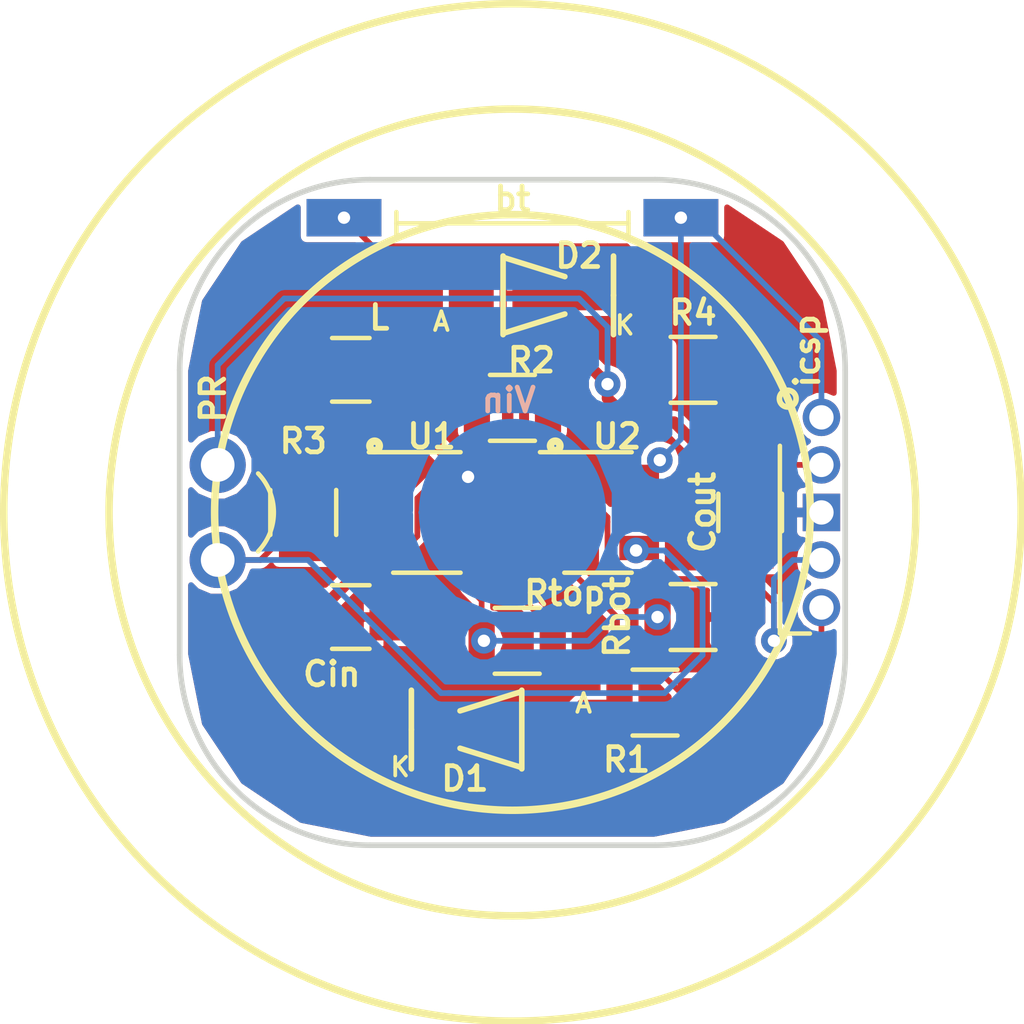
<source format=kicad_pcb>
(kicad_pcb (version 4) (host pcbnew 4.0.1-stable)

  (general
    (links 34)
    (no_connects 0)
    (area 167.564999 95.174999 185.495001 113.105001)
    (thickness 1.6)
    (drawings 13)
    (tracks 135)
    (zones 0)
    (modules 17)
    (nets 13)
  )

  (page A4)
  (layers
    (0 F.Cu signal)
    (31 B.Cu signal)
    (36 B.SilkS user)
    (37 F.SilkS user)
    (38 B.Mask user)
    (39 F.Mask user)
    (44 Edge.Cuts user)
  )

  (setup
    (last_trace_width 0.3048)
    (user_trace_width 0.3048)
    (trace_clearance 0.1524)
    (zone_clearance 0.1524)
    (zone_45_only yes)
    (trace_min 0.1524)
    (segment_width 0.2)
    (edge_width 0.15)
    (via_size 0.6858)
    (via_drill 0.3302)
    (via_min_size 0.6858)
    (via_min_drill 0.3302)
    (uvia_size 0.762)
    (uvia_drill 0.508)
    (uvias_allowed no)
    (uvia_min_size 0)
    (uvia_min_drill 0)
    (pcb_text_width 0.3)
    (pcb_text_size 1.5 1.5)
    (mod_edge_width 0.15)
    (mod_text_size 1 1)
    (mod_text_width 0.15)
    (pad_size 1.5 1.5)
    (pad_drill 0.9)
    (pad_to_mask_clearance 0.0762)
    (aux_axis_origin 176.53 104.14)
    (grid_origin 176.53 104.14)
    (visible_elements 7FFFFFFF)
    (pcbplotparams
      (layerselection 0x00030_80000001)
      (usegerberextensions false)
      (excludeedgelayer true)
      (linewidth 0.100000)
      (plotframeref false)
      (viasonmask false)
      (mode 1)
      (useauxorigin false)
      (hpglpennumber 1)
      (hpglpenspeed 20)
      (hpglpendiameter 15)
      (hpglpenoverlay 2)
      (psnegative false)
      (psa4output false)
      (plotreference true)
      (plotvalue true)
      (plotinvisibletext false)
      (padsonsilk false)
      (subtractmaskfromsilk false)
      (outputformat 1)
      (mirror false)
      (drillshape 1)
      (scaleselection 1)
      (outputdirectory ""))
  )

  (net 0 "")
  (net 1 "Net-(Cin1-Pad1)")
  (net 2 GND)
  (net 3 +3V3)
  (net 4 "Net-(D1-Pad2)")
  (net 5 "Net-(R1-Pad2)")
  (net 6 "Net-(D2-Pad2)")
  (net 7 "Net-(R2-Pad2)")
  (net 8 "Net-(PR1-Pad2)")
  (net 9 "Net-(R4-Pad2)")
  (net 10 "Net-(Rbot1-Pad1)")
  (net 11 "Net-(SW1-Pad1)")
  (net 12 "Net-(L1-Pad1)")

  (net_class Default "This is the default net class."
    (clearance 0.1524)
    (trace_width 0.1524)
    (via_dia 0.6858)
    (via_drill 0.3302)
    (uvia_dia 0.762)
    (uvia_drill 0.508)
    (add_net +3V3)
    (add_net GND)
    (add_net "Net-(Cin1-Pad1)")
    (add_net "Net-(D1-Pad2)")
    (add_net "Net-(D2-Pad2)")
    (add_net "Net-(L1-Pad1)")
    (add_net "Net-(PR1-Pad2)")
    (add_net "Net-(R1-Pad2)")
    (add_net "Net-(R2-Pad2)")
    (add_net "Net-(R4-Pad2)")
    (add_net "Net-(Rbot1-Pad1)")
    (add_net "Net-(SW1-Pad1)")
  )

  (module Buttons_Switches_SMD:SW_SPST_EVQPE1 (layer F.Cu) (tedit 5A2E90A3) (tstamp 5A281C0F)
    (at 176.53 96.266 180)
    (descr "Light Touch Switch, https://industrial.panasonic.com/cdbs/www-data/pdf/ATK0000/ATK0000CE7.pdf")
    (path /5A280F12)
    (attr smd)
    (fp_text reference bt (at 0 0.5 180) (layer F.SilkS)
      (effects (font (size 0.635 0.635) (thickness 0.127)))
    )
    (fp_text value SW_PUSH (at -14.224 -24.003 180) (layer F.Fab)
      (effects (font (size 1 1) (thickness 0.15)))
    )
    (fp_text user %R (at 0 -2.65 180) (layer F.Fab)
      (effects (font (size 1 1) (thickness 0.15)))
    )
    (fp_line (start 3.1 0.15) (end 3.1 -0.5) (layer F.SilkS) (width 0.12))
    (fp_line (start -3.1 -0.5) (end -3.1 0.15) (layer F.SilkS) (width 0.12))
    (fp_line (start -3.1 -0.15) (end 3.1 -0.15) (layer F.SilkS) (width 0.12))
    (pad 2 smd rect (at 4.5 0 180) (size 2 1) (layers F.Cu F.Mask)
      (net 9 "Net-(R4-Pad2)"))
    (pad 1 smd rect (at -4.5 0 180) (size 2 1) (layers F.Cu F.Mask)
      (net 11 "Net-(SW1-Pad1)"))
    (pad 1 smd rect (at -4.5 0 180) (size 2 1) (layers B.Cu B.Mask)
      (net 11 "Net-(SW1-Pad1)"))
    (pad 2 smd rect (at 4.5 0 180) (size 2 1) (layers B.Cu B.Mask)
      (net 9 "Net-(R4-Pad2)"))
    (model ${KISYS3DMOD}/Buttons_Switches_SMD.3dshapes/SW_SPST_EVQPE1.wrl
      (at (xyz 0 0 0))
      (scale (xyz 1 1 1))
      (rotate (xyz 0 0 0))
    )
  )

  (module LEDs:LED_D3.0mm_FlatTop (layer F.Cu) (tedit 5A2E90DF) (tstamp 5A2E56D8)
    (at 168.656 102.87 270)
    (descr "LED, Round, FlatTop, diameter 3.0mm, 2 pins, http://www.kingbright.com/attachments/file/psearch/000/00/00/L-47XEC(Ver.9A).pdf")
    (tags "LED Round FlatTop diameter 3.0mm 2 pins")
    (path /5A281172)
    (fp_text reference PR (at -1.778 0.127 270) (layer F.SilkS)
      (effects (font (size 0.635 0.635) (thickness 0.127)))
    )
    (fp_text value Photores (at 19.685 -18.415 360) (layer F.Fab)
      (effects (font (size 1 1) (thickness 0.15)))
    )
    (fp_arc (start 1.27 0) (end 0.229039 -1.08) (angle 87.9) (layer F.SilkS) (width 0.12))
    (fp_line (start -1.15 -2.25) (end -1.15 2.25) (layer F.CrtYd) (width 0.05))
    (fp_line (start -1.15 2.25) (end 3.7 2.25) (layer F.CrtYd) (width 0.05))
    (fp_line (start 3.7 2.25) (end 3.7 -2.25) (layer F.CrtYd) (width 0.05))
    (fp_line (start 3.7 -2.25) (end -1.15 -2.25) (layer F.CrtYd) (width 0.05))
    (pad 1 thru_hole circle (at 0 0 270) (size 1.5 1.5) (drill 0.9) (layers *.Cu *.Mask)
      (net 3 +3V3))
    (pad 2 thru_hole circle (at 2.54 0 270) (size 1.5 1.5) (drill 0.9) (layers *.Cu *.Mask)
      (net 8 "Net-(PR1-Pad2)"))
    (model ${KISYS3DMOD}/LEDs.3dshapes/LED_D3.0mm_FlatTop.wrl
      (at (xyz 0 0 0))
      (scale (xyz 0.393701 0.393701 0.393701))
      (rotate (xyz 0 0 0))
    )
  )

  (module Pin_Headers:Pin_Header_Straight_1x05_Pitch1.27mm (layer F.Cu) (tedit 5A2E9119) (tstamp 5A2E56F3)
    (at 184.785 101.6)
    (descr "Through hole straight pin header, 1x05, 1.27mm pitch, single row")
    (tags "Through hole pin header THT 1x05 1.27mm single row")
    (path /5A281DC0)
    (fp_text reference icsp (at -0.381 -1.778 270) (layer F.SilkS)
      (effects (font (size 0.635 0.635) (thickness 0.127)))
    )
    (fp_text value PICKIT3_ICSP (at 8.89 13.462) (layer F.Fab)
      (effects (font (size 1 1) (thickness 0.15)))
    )
    (fp_circle (center -0.9 -0.5) (end -1 -0.7) (layer F.SilkS) (width 0.15))
    (fp_line (start -1.11 5.775) (end -0.30753 5.775) (layer F.SilkS) (width 0.12))
    (fp_line (start -1.11 0.76) (end -1.11 5.775) (layer F.SilkS) (width 0.12))
    (fp_line (start -1.55 -1.15) (end -1.55 6.25) (layer F.CrtYd) (width 0.05))
    (fp_line (start -1.55 6.25) (end 1.55 6.25) (layer F.CrtYd) (width 0.05))
    (fp_line (start 1.55 6.25) (end 1.55 -1.15) (layer F.CrtYd) (width 0.05))
    (fp_line (start 1.55 -1.15) (end -1.55 -1.15) (layer F.CrtYd) (width 0.05))
    (fp_text user %R (at 2.5 2.5 90) (layer F.Fab)
      (effects (font (size 1 1) (thickness 0.15)))
    )
    (pad 1 thru_hole circle (at 0 0) (size 1 1) (drill 0.65) (layers *.Cu *.Mask)
      (net 11 "Net-(SW1-Pad1)"))
    (pad 2 thru_hole oval (at 0 1.27) (size 1 1) (drill 0.65) (layers *.Cu *.Mask)
      (net 3 +3V3))
    (pad 3 thru_hole rect (at 0 2.54) (size 1 1) (drill 0.65) (layers *.Cu *.Mask)
      (net 2 GND))
    (pad 4 thru_hole oval (at 0 3.81) (size 1 1) (drill 0.65) (layers *.Cu *.Mask)
      (net 7 "Net-(R2-Pad2)"))
    (pad 5 thru_hole oval (at 0 5.08) (size 1 1) (drill 0.65) (layers *.Cu *.Mask)
      (net 5 "Net-(R1-Pad2)"))
    (model ${KISYS3DMOD}/Pin_Headers.3dshapes/Pin_Header_Straight_1x05_Pitch1.27mm.wrl
      (at (xyz 0 0 0))
      (scale (xyz 1 1 1))
      (rotate (xyz 0 0 0))
    )
  )

  (module custom2:VariousLED (layer F.Cu) (tedit 5A2E8C9B) (tstamp 5A2953FD)
    (at 176.53 107.14 180)
    (path /5A27FCD5)
    (fp_text reference D1 (at 1.27 -4.112 180) (layer F.SilkS)
      (effects (font (size 0.635 0.635) (thickness 0.127)))
    )
    (fp_text value LED (at 15.367 -12.621 180) (layer F.Fab) hide
      (effects (font (size 1 1) (thickness 0.15)))
    )
    (fp_line (start -0.2 -3.8) (end 1.4 -3.3) (layer F.SilkS) (width 0.15))
    (fp_line (start 1.4 -2.3) (end -0.2 -1.8) (layer F.SilkS) (width 0.15))
    (fp_line (start -0.25 -3.85) (end -0.25 -1.75) (layer F.SilkS) (width 0.15))
    (fp_text user K (at 3 -3.8 180) (layer F.SilkS)
      (effects (font (size 0.5 0.5) (thickness 0.1)))
    )
    (fp_text user A (at -1.9 -2.1 180) (layer F.SilkS)
      (effects (font (size 0.5 0.5) (thickness 0.1)))
    )
    (fp_line (start 2.7 -1.75) (end 2.7 -2.8) (layer F.SilkS) (width 0.15))
    (fp_line (start 2.7 -2.8) (end 2.7 -3.85) (layer F.SilkS) (width 0.15))
    (pad 2 smd rect (at -1.1 -2.8 180) (size 1.2 0.8) (layers F.Cu F.Mask)
      (net 4 "Net-(D1-Pad2)"))
    (pad 1 smd rect (at 1.25 -2.8 180) (size 2.5 0.8) (layers F.Cu F.Mask)
      (net 2 GND))
  )

  (module custom2:VariousLED (layer F.Cu) (tedit 5A2E90B2) (tstamp 5A29540A)
    (at 176.53 101.14)
    (path /5A27FD2A)
    (fp_text reference D2 (at 1.778 -3.858) (layer F.SilkS)
      (effects (font (size 0.635 0.635) (thickness 0.127)))
    )
    (fp_text value LED (at -16.002 16.335) (layer F.Fab) hide
      (effects (font (size 1 1) (thickness 0.15)))
    )
    (fp_line (start -0.2 -3.8) (end 1.4 -3.3) (layer F.SilkS) (width 0.15))
    (fp_line (start 1.4 -2.3) (end -0.2 -1.8) (layer F.SilkS) (width 0.15))
    (fp_line (start -0.25 -3.85) (end -0.25 -1.75) (layer F.SilkS) (width 0.15))
    (fp_text user K (at 3 -2) (layer F.SilkS)
      (effects (font (size 0.5 0.5) (thickness 0.1)))
    )
    (fp_text user A (at -1.9 -2.1) (layer F.SilkS)
      (effects (font (size 0.5 0.5) (thickness 0.1)))
    )
    (fp_line (start 2.7 -1.75) (end 2.7 -2.8) (layer F.SilkS) (width 0.15))
    (fp_line (start 2.7 -2.8) (end 2.7 -3.85) (layer F.SilkS) (width 0.15))
    (pad 2 smd rect (at -1.1 -2.8) (size 1.2 0.8) (layers F.Cu F.Mask)
      (net 6 "Net-(D2-Pad2)"))
    (pad 1 smd rect (at 1.25 -2.8) (size 2.5 0.8) (layers F.Cu F.Mask)
      (net 2 GND))
  )

  (module Pin_Headers:Pin_Header_Straight_1x01_Pitch2.54mm (layer F.Cu) (tedit 5A2E9760) (tstamp 5A2E5A12)
    (at 176.53 104.14)
    (descr "Through hole straight pin header, 1x01, 2.54mm pitch, single row")
    (tags "Through hole pin header THT 1x01 2.54mm single row")
    (path /5A2E584D)
    (fp_text reference Vin (at -0.1 -3) (layer B.SilkS)
      (effects (font (size 0.635 0.635) (thickness 0.127)) (justify mirror))
    )
    (fp_text value Batt (at -9.906 16.764) (layer F.Fab)
      (effects (font (size 1 1) (thickness 0.15)))
    )
    (pad 1 smd circle (at 0 0) (size 5 5) (layers B.Cu B.Mask)
      (net 1 "Net-(Cin1-Pad1)"))
    (model ${KISYS3DMOD}/Pin_Headers.3dshapes/Pin_Header_Straight_1x01_Pitch2.54mm.wrl
      (at (xyz 0 0 0))
      (scale (xyz 1 1 1))
      (rotate (xyz 0 0 0))
    )
  )

  (module Capacitors_SMD:C_0805 (layer F.Cu) (tedit 5A2E8CA3) (tstamp 5A281B7F)
    (at 172.212 106.934)
    (descr "Capacitor SMD 0805, reflow soldering, AVX (see smccp.pdf)")
    (tags "capacitor 0805")
    (path /5A27FAE1)
    (attr smd)
    (fp_text reference Cin (at -0.508 1.524) (layer F.SilkS)
      (effects (font (size 0.635 0.635) (thickness 0.127)))
    )
    (fp_text value 4.7u (at -1.778 11.303) (layer F.Fab)
      (effects (font (size 1 1) (thickness 0.15)))
    )
    (fp_text user %R (at 0 -1.5) (layer F.Fab)
      (effects (font (size 1 1) (thickness 0.15)))
    )
    (fp_line (start -1 0.62) (end -1 -0.62) (layer F.Fab) (width 0.1))
    (fp_line (start 1 0.62) (end -1 0.62) (layer F.Fab) (width 0.1))
    (fp_line (start 1 -0.62) (end 1 0.62) (layer F.Fab) (width 0.1))
    (fp_line (start -1 -0.62) (end 1 -0.62) (layer F.Fab) (width 0.1))
    (fp_line (start 0.5 -0.85) (end -0.5 -0.85) (layer F.SilkS) (width 0.12))
    (fp_line (start -0.5 0.85) (end 0.5 0.85) (layer F.SilkS) (width 0.12))
    (fp_line (start -1.75 -0.88) (end 1.75 -0.88) (layer F.CrtYd) (width 0.05))
    (fp_line (start -1.75 -0.88) (end -1.75 0.87) (layer F.CrtYd) (width 0.05))
    (fp_line (start 1.75 0.87) (end 1.75 -0.88) (layer F.CrtYd) (width 0.05))
    (fp_line (start 1.75 0.87) (end -1.75 0.87) (layer F.CrtYd) (width 0.05))
    (pad 1 smd rect (at -1 0) (size 1 1.25) (layers F.Cu F.Mask)
      (net 1 "Net-(Cin1-Pad1)"))
    (pad 2 smd rect (at 1 0) (size 1 1.25) (layers F.Cu F.Mask)
      (net 2 GND))
    (model Capacitors_SMD.3dshapes/C_0805.wrl
      (at (xyz 0 0 0))
      (scale (xyz 1 1 1))
      (rotate (xyz 0 0 0))
    )
  )

  (module Capacitors_SMD:C_0805 (layer F.Cu) (tedit 5A2E8C84) (tstamp 5A281B90)
    (at 182.88 104.14 270)
    (descr "Capacitor SMD 0805, reflow soldering, AVX (see smccp.pdf)")
    (tags "capacitor 0805")
    (path /5A27FB4E)
    (attr smd)
    (fp_text reference Cout (at 0 1.27 270) (layer F.SilkS)
      (effects (font (size 0.635 0.635) (thickness 0.127)))
    )
    (fp_text value 10u (at 12.827 -10.668 360) (layer F.Fab)
      (effects (font (size 1 1) (thickness 0.15)))
    )
    (fp_text user %R (at 0 -1.5 270) (layer F.Fab)
      (effects (font (size 1 1) (thickness 0.15)))
    )
    (fp_line (start -1 0.62) (end -1 -0.62) (layer F.Fab) (width 0.1))
    (fp_line (start 1 0.62) (end -1 0.62) (layer F.Fab) (width 0.1))
    (fp_line (start 1 -0.62) (end 1 0.62) (layer F.Fab) (width 0.1))
    (fp_line (start -1 -0.62) (end 1 -0.62) (layer F.Fab) (width 0.1))
    (fp_line (start 0.5 -0.85) (end -0.5 -0.85) (layer F.SilkS) (width 0.12))
    (fp_line (start -0.5 0.85) (end 0.5 0.85) (layer F.SilkS) (width 0.12))
    (fp_line (start -1.75 -0.88) (end 1.75 -0.88) (layer F.CrtYd) (width 0.05))
    (fp_line (start -1.75 -0.88) (end -1.75 0.87) (layer F.CrtYd) (width 0.05))
    (fp_line (start 1.75 0.87) (end 1.75 -0.88) (layer F.CrtYd) (width 0.05))
    (fp_line (start 1.75 0.87) (end -1.75 0.87) (layer F.CrtYd) (width 0.05))
    (pad 1 smd rect (at -1 0 270) (size 1 1.25) (layers F.Cu F.Mask)
      (net 3 +3V3))
    (pad 2 smd rect (at 1 0 270) (size 1 1.25) (layers F.Cu F.Mask)
      (net 2 GND))
    (model Capacitors_SMD.3dshapes/C_0805.wrl
      (at (xyz 0 0 0))
      (scale (xyz 1 1 1))
      (rotate (xyz 0 0 0))
    )
  )

  (module Resistors_SMD:R_0805 (layer F.Cu) (tedit 5A2E8CA5) (tstamp 5A281BA1)
    (at 180.34 109.22)
    (descr "Resistor SMD 0805, reflow soldering, Vishay (see dcrcw.pdf)")
    (tags "resistor 0805")
    (path /5A27FC23)
    (attr smd)
    (fp_text reference R1 (at -0.762 1.524) (layer F.SilkS)
      (effects (font (size 0.635 0.635) (thickness 0.127)))
    )
    (fp_text value R (at -14.986 9.906) (layer F.Fab)
      (effects (font (size 1 1) (thickness 0.15)))
    )
    (fp_text user %R (at 0 0) (layer F.Fab)
      (effects (font (size 0.5 0.5) (thickness 0.075)))
    )
    (fp_line (start -1 0.62) (end -1 -0.62) (layer F.Fab) (width 0.1))
    (fp_line (start 1 0.62) (end -1 0.62) (layer F.Fab) (width 0.1))
    (fp_line (start 1 -0.62) (end 1 0.62) (layer F.Fab) (width 0.1))
    (fp_line (start -1 -0.62) (end 1 -0.62) (layer F.Fab) (width 0.1))
    (fp_line (start 0.6 0.88) (end -0.6 0.88) (layer F.SilkS) (width 0.12))
    (fp_line (start -0.6 -0.88) (end 0.6 -0.88) (layer F.SilkS) (width 0.12))
    (fp_line (start -1.55 -0.9) (end 1.55 -0.9) (layer F.CrtYd) (width 0.05))
    (fp_line (start -1.55 -0.9) (end -1.55 0.9) (layer F.CrtYd) (width 0.05))
    (fp_line (start 1.55 0.9) (end 1.55 -0.9) (layer F.CrtYd) (width 0.05))
    (fp_line (start 1.55 0.9) (end -1.55 0.9) (layer F.CrtYd) (width 0.05))
    (pad 1 smd rect (at -0.95 0) (size 0.7 1.3) (layers F.Cu F.Mask)
      (net 4 "Net-(D1-Pad2)"))
    (pad 2 smd rect (at 0.95 0) (size 0.7 1.3) (layers F.Cu F.Mask)
      (net 5 "Net-(R1-Pad2)"))
    (model ${KISYS3DMOD}/Resistors_SMD.3dshapes/R_0805.wrl
      (at (xyz 0 0 0))
      (scale (xyz 1 1 1))
      (rotate (xyz 0 0 0))
    )
  )

  (module Resistors_SMD:R_0805 (layer F.Cu) (tedit 5A2E8CB3) (tstamp 5A281BB2)
    (at 176.53 101.346)
    (descr "Resistor SMD 0805, reflow soldering, Vishay (see dcrcw.pdf)")
    (tags "resistor 0805")
    (path /5A27FC9A)
    (attr smd)
    (fp_text reference R2 (at 0.508 -1.27) (layer F.SilkS)
      (effects (font (size 0.635 0.635) (thickness 0.127)))
    )
    (fp_text value R (at 8.001 16.764) (layer F.Fab)
      (effects (font (size 1 1) (thickness 0.15)))
    )
    (fp_text user %R (at 0 0) (layer F.Fab)
      (effects (font (size 0.5 0.5) (thickness 0.075)))
    )
    (fp_line (start -1 0.62) (end -1 -0.62) (layer F.Fab) (width 0.1))
    (fp_line (start 1 0.62) (end -1 0.62) (layer F.Fab) (width 0.1))
    (fp_line (start 1 -0.62) (end 1 0.62) (layer F.Fab) (width 0.1))
    (fp_line (start -1 -0.62) (end 1 -0.62) (layer F.Fab) (width 0.1))
    (fp_line (start 0.6 0.88) (end -0.6 0.88) (layer F.SilkS) (width 0.12))
    (fp_line (start -0.6 -0.88) (end 0.6 -0.88) (layer F.SilkS) (width 0.12))
    (fp_line (start -1.55 -0.9) (end 1.55 -0.9) (layer F.CrtYd) (width 0.05))
    (fp_line (start -1.55 -0.9) (end -1.55 0.9) (layer F.CrtYd) (width 0.05))
    (fp_line (start 1.55 0.9) (end 1.55 -0.9) (layer F.CrtYd) (width 0.05))
    (fp_line (start 1.55 0.9) (end -1.55 0.9) (layer F.CrtYd) (width 0.05))
    (pad 1 smd rect (at -0.95 0) (size 0.7 1.3) (layers F.Cu F.Mask)
      (net 6 "Net-(D2-Pad2)"))
    (pad 2 smd rect (at 0.95 0) (size 0.7 1.3) (layers F.Cu F.Mask)
      (net 7 "Net-(R2-Pad2)"))
    (model ${KISYS3DMOD}/Resistors_SMD.3dshapes/R_0805.wrl
      (at (xyz 0 0 0))
      (scale (xyz 1 1 1))
      (rotate (xyz 0 0 0))
    )
  )

  (module Resistors_SMD:R_0805 (layer F.Cu) (tedit 5A2E90F2) (tstamp 5A281BC3)
    (at 170.942 104.14 90)
    (descr "Resistor SMD 0805, reflow soldering, Vishay (see dcrcw.pdf)")
    (tags "resistor 0805")
    (path /5A2810EF)
    (attr smd)
    (fp_text reference R3 (at 1.905 0 180) (layer F.SilkS)
      (effects (font (size 0.635 0.635) (thickness 0.127)))
    )
    (fp_text value 10K (at -14.478 22.606 180) (layer F.Fab)
      (effects (font (size 1 1) (thickness 0.15)))
    )
    (fp_text user %R (at 0 0 90) (layer F.Fab)
      (effects (font (size 0.5 0.5) (thickness 0.075)))
    )
    (fp_line (start -1 0.62) (end -1 -0.62) (layer F.Fab) (width 0.1))
    (fp_line (start 1 0.62) (end -1 0.62) (layer F.Fab) (width 0.1))
    (fp_line (start 1 -0.62) (end 1 0.62) (layer F.Fab) (width 0.1))
    (fp_line (start -1 -0.62) (end 1 -0.62) (layer F.Fab) (width 0.1))
    (fp_line (start 0.6 0.88) (end -0.6 0.88) (layer F.SilkS) (width 0.12))
    (fp_line (start -0.6 -0.88) (end 0.6 -0.88) (layer F.SilkS) (width 0.12))
    (fp_line (start -1.55 -0.9) (end 1.55 -0.9) (layer F.CrtYd) (width 0.05))
    (fp_line (start -1.55 -0.9) (end -1.55 0.9) (layer F.CrtYd) (width 0.05))
    (fp_line (start 1.55 0.9) (end 1.55 -0.9) (layer F.CrtYd) (width 0.05))
    (fp_line (start 1.55 0.9) (end -1.55 0.9) (layer F.CrtYd) (width 0.05))
    (pad 1 smd rect (at -0.95 0 90) (size 0.7 1.3) (layers F.Cu F.Mask)
      (net 8 "Net-(PR1-Pad2)"))
    (pad 2 smd rect (at 0.95 0 90) (size 0.7 1.3) (layers F.Cu F.Mask)
      (net 2 GND))
    (model ${KISYS3DMOD}/Resistors_SMD.3dshapes/R_0805.wrl
      (at (xyz 0 0 0))
      (scale (xyz 1 1 1))
      (rotate (xyz 0 0 0))
    )
  )

  (module Resistors_SMD:R_0805 (layer F.Cu) (tedit 5A2E8C8D) (tstamp 5A281BD4)
    (at 181.356 100.33 180)
    (descr "Resistor SMD 0805, reflow soldering, Vishay (see dcrcw.pdf)")
    (tags "resistor 0805")
    (path /5A280E0B)
    (attr smd)
    (fp_text reference R4 (at 0 1.524 180) (layer F.SilkS)
      (effects (font (size 0.635 0.635) (thickness 0.127)))
    )
    (fp_text value 10K (at -12.446 -21.717 180) (layer F.Fab)
      (effects (font (size 1 1) (thickness 0.15)))
    )
    (fp_text user %R (at 0 0 180) (layer F.Fab)
      (effects (font (size 0.5 0.5) (thickness 0.075)))
    )
    (fp_line (start -1 0.62) (end -1 -0.62) (layer F.Fab) (width 0.1))
    (fp_line (start 1 0.62) (end -1 0.62) (layer F.Fab) (width 0.1))
    (fp_line (start 1 -0.62) (end 1 0.62) (layer F.Fab) (width 0.1))
    (fp_line (start -1 -0.62) (end 1 -0.62) (layer F.Fab) (width 0.1))
    (fp_line (start 0.6 0.88) (end -0.6 0.88) (layer F.SilkS) (width 0.12))
    (fp_line (start -0.6 -0.88) (end 0.6 -0.88) (layer F.SilkS) (width 0.12))
    (fp_line (start -1.55 -0.9) (end 1.55 -0.9) (layer F.CrtYd) (width 0.05))
    (fp_line (start -1.55 -0.9) (end -1.55 0.9) (layer F.CrtYd) (width 0.05))
    (fp_line (start 1.55 0.9) (end 1.55 -0.9) (layer F.CrtYd) (width 0.05))
    (fp_line (start 1.55 0.9) (end -1.55 0.9) (layer F.CrtYd) (width 0.05))
    (pad 1 smd rect (at -0.95 0 180) (size 0.7 1.3) (layers F.Cu F.Mask)
      (net 3 +3V3))
    (pad 2 smd rect (at 0.95 0 180) (size 0.7 1.3) (layers F.Cu F.Mask)
      (net 9 "Net-(R4-Pad2)"))
    (model ${KISYS3DMOD}/Resistors_SMD.3dshapes/R_0805.wrl
      (at (xyz 0 0 0))
      (scale (xyz 1 1 1))
      (rotate (xyz 0 0 0))
    )
  )

  (module Resistors_SMD:R_0805 (layer F.Cu) (tedit 5A2E8346) (tstamp 5A281BE5)
    (at 181.356 106.934)
    (descr "Resistor SMD 0805, reflow soldering, Vishay (see dcrcw.pdf)")
    (tags "resistor 0805")
    (path /5A27FBE2)
    (attr smd)
    (fp_text reference Rbot (at -2.032 0 90) (layer F.SilkS)
      (effects (font (size 0.635 0.635) (thickness 0.127)))
    )
    (fp_text value 309K (at -7.366 11.43) (layer F.Fab)
      (effects (font (size 1 1) (thickness 0.15)))
    )
    (fp_text user %R (at 0 0) (layer F.Fab)
      (effects (font (size 0.5 0.5) (thickness 0.075)))
    )
    (fp_line (start -1 0.62) (end -1 -0.62) (layer F.Fab) (width 0.1))
    (fp_line (start 1 0.62) (end -1 0.62) (layer F.Fab) (width 0.1))
    (fp_line (start 1 -0.62) (end 1 0.62) (layer F.Fab) (width 0.1))
    (fp_line (start -1 -0.62) (end 1 -0.62) (layer F.Fab) (width 0.1))
    (fp_line (start 0.6 0.88) (end -0.6 0.88) (layer F.SilkS) (width 0.12))
    (fp_line (start -0.6 -0.88) (end 0.6 -0.88) (layer F.SilkS) (width 0.12))
    (fp_line (start -1.55 -0.9) (end 1.55 -0.9) (layer F.CrtYd) (width 0.05))
    (fp_line (start -1.55 -0.9) (end -1.55 0.9) (layer F.CrtYd) (width 0.05))
    (fp_line (start 1.55 0.9) (end 1.55 -0.9) (layer F.CrtYd) (width 0.05))
    (fp_line (start 1.55 0.9) (end -1.55 0.9) (layer F.CrtYd) (width 0.05))
    (pad 1 smd rect (at -0.95 0) (size 0.7 1.3) (layers F.Cu F.Mask)
      (net 10 "Net-(Rbot1-Pad1)"))
    (pad 2 smd rect (at 0.95 0) (size 0.7 1.3) (layers F.Cu F.Mask)
      (net 2 GND))
    (model ${KISYS3DMOD}/Resistors_SMD.3dshapes/R_0805.wrl
      (at (xyz 0 0 0))
      (scale (xyz 1 1 1))
      (rotate (xyz 0 0 0))
    )
  )

  (module Resistors_SMD:R_0805 (layer F.Cu) (tedit 5A2E8CA1) (tstamp 5A281BF6)
    (at 176.657 107.569 180)
    (descr "Resistor SMD 0805, reflow soldering, Vishay (see dcrcw.pdf)")
    (tags "resistor 0805")
    (path /5A27FBAB)
    (attr smd)
    (fp_text reference Rtop (at -1.27 1.27 360) (layer F.SilkS)
      (effects (font (size 0.635 0.635) (thickness 0.127)))
    )
    (fp_text value 536K (at 1.778 11.811 180) (layer F.Fab)
      (effects (font (size 1 1) (thickness 0.15)))
    )
    (fp_text user %R (at 0 0 180) (layer F.Fab)
      (effects (font (size 0.5 0.5) (thickness 0.075)))
    )
    (fp_line (start -1 0.62) (end -1 -0.62) (layer F.Fab) (width 0.1))
    (fp_line (start 1 0.62) (end -1 0.62) (layer F.Fab) (width 0.1))
    (fp_line (start 1 -0.62) (end 1 0.62) (layer F.Fab) (width 0.1))
    (fp_line (start -1 -0.62) (end 1 -0.62) (layer F.Fab) (width 0.1))
    (fp_line (start 0.6 0.88) (end -0.6 0.88) (layer F.SilkS) (width 0.12))
    (fp_line (start -0.6 -0.88) (end 0.6 -0.88) (layer F.SilkS) (width 0.12))
    (fp_line (start -1.55 -0.9) (end 1.55 -0.9) (layer F.CrtYd) (width 0.05))
    (fp_line (start -1.55 -0.9) (end -1.55 0.9) (layer F.CrtYd) (width 0.05))
    (fp_line (start 1.55 0.9) (end 1.55 -0.9) (layer F.CrtYd) (width 0.05))
    (fp_line (start 1.55 0.9) (end -1.55 0.9) (layer F.CrtYd) (width 0.05))
    (pad 1 smd rect (at -0.95 0 180) (size 0.7 1.3) (layers F.Cu F.Mask)
      (net 3 +3V3))
    (pad 2 smd rect (at 0.95 0 180) (size 0.7 1.3) (layers F.Cu F.Mask)
      (net 10 "Net-(Rbot1-Pad1)"))
    (model ${KISYS3DMOD}/Resistors_SMD.3dshapes/R_0805.wrl
      (at (xyz 0 0 0))
      (scale (xyz 1 1 1))
      (rotate (xyz 0 0 0))
    )
  )

  (module TO_SOT_Packages_SMD:SOT-23-6 (layer F.Cu) (tedit 5A2E905B) (tstamp 5A281C25)
    (at 174.244 104.14)
    (descr "6-pin SOT-23 package")
    (tags SOT-23-6)
    (path /5A27FE43)
    (attr smd)
    (fp_text reference U1 (at 0.127 -2.032) (layer F.SilkS)
      (effects (font (size 0.635 0.635) (thickness 0.127)))
    )
    (fp_text value MCP1623/24 (at 0.8509 19.7104) (layer F.Fab)
      (effects (font (size 1 1) (thickness 0.15)))
    )
    (fp_text user %R (at 0 0 90) (layer F.Fab)
      (effects (font (size 0.5 0.5) (thickness 0.075)))
    )
    (fp_line (start -0.9 1.61) (end 0.9 1.61) (layer F.SilkS) (width 0.12))
    (fp_line (start 0.9 -1.61) (end -1.55 -1.61) (layer F.SilkS) (width 0.12))
    (fp_line (start 1.9 -1.8) (end -1.9 -1.8) (layer F.CrtYd) (width 0.05))
    (fp_line (start 1.9 1.8) (end 1.9 -1.8) (layer F.CrtYd) (width 0.05))
    (fp_line (start -1.9 1.8) (end 1.9 1.8) (layer F.CrtYd) (width 0.05))
    (fp_line (start -1.9 -1.8) (end -1.9 1.8) (layer F.CrtYd) (width 0.05))
    (fp_line (start -0.9 -0.9) (end -0.25 -1.55) (layer F.Fab) (width 0.1))
    (fp_line (start 0.9 -1.55) (end -0.25 -1.55) (layer F.Fab) (width 0.1))
    (fp_line (start -0.9 -0.9) (end -0.9 1.55) (layer F.Fab) (width 0.1))
    (fp_line (start 0.9 1.55) (end -0.9 1.55) (layer F.Fab) (width 0.1))
    (fp_line (start 0.9 -1.55) (end 0.9 1.55) (layer F.Fab) (width 0.1))
    (pad 1 smd rect (at -1.1 -0.95) (size 1.06 0.65) (layers F.Cu F.Mask)
      (net 12 "Net-(L1-Pad1)"))
    (pad 2 smd rect (at -1.1 0) (size 1.06 0.65) (layers F.Cu F.Mask)
      (net 2 GND))
    (pad 3 smd rect (at -1.1 0.95) (size 1.06 0.65) (layers F.Cu F.Mask)
      (net 1 "Net-(Cin1-Pad1)"))
    (pad 4 smd rect (at 1.1 0.95) (size 1.06 0.65) (layers F.Cu F.Mask)
      (net 10 "Net-(Rbot1-Pad1)"))
    (pad 6 smd rect (at 1.1 -0.95) (size 1.06 0.65) (layers F.Cu F.Mask)
      (net 1 "Net-(Cin1-Pad1)"))
    (pad 5 smd rect (at 1.1 0) (size 1.06 0.65) (layers F.Cu F.Mask)
      (net 3 +3V3))
    (model ${KISYS3DMOD}/TO_SOT_Packages_SMD.3dshapes/SOT-23-6.wrl
      (at (xyz 0 0 0))
      (scale (xyz 1 1 1))
      (rotate (xyz 0 0 0))
    )
  )

  (module TO_SOT_Packages_SMD:SOT-23-6 (layer F.Cu) (tedit 5A2E8335) (tstamp 5A281C3B)
    (at 178.816 104.14)
    (descr "6-pin SOT-23 package")
    (tags SOT-23-6)
    (path /5A27FE7A)
    (attr smd)
    (fp_text reference U2 (at 0.508 -2.032) (layer F.SilkS)
      (effects (font (size 0.635 0.635) (thickness 0.127)))
    )
    (fp_text value PIC10F320/322 (at -2.54 16.764) (layer F.Fab)
      (effects (font (size 1 1) (thickness 0.15)))
    )
    (fp_text user %R (at 0 0 90) (layer F.Fab)
      (effects (font (size 0.5 0.5) (thickness 0.075)))
    )
    (fp_line (start -0.9 1.61) (end 0.9 1.61) (layer F.SilkS) (width 0.12))
    (fp_line (start 0.9 -1.61) (end -1.55 -1.61) (layer F.SilkS) (width 0.12))
    (fp_line (start 1.9 -1.8) (end -1.9 -1.8) (layer F.CrtYd) (width 0.05))
    (fp_line (start 1.9 1.8) (end 1.9 -1.8) (layer F.CrtYd) (width 0.05))
    (fp_line (start -1.9 1.8) (end 1.9 1.8) (layer F.CrtYd) (width 0.05))
    (fp_line (start -1.9 -1.8) (end -1.9 1.8) (layer F.CrtYd) (width 0.05))
    (fp_line (start -0.9 -0.9) (end -0.25 -1.55) (layer F.Fab) (width 0.1))
    (fp_line (start 0.9 -1.55) (end -0.25 -1.55) (layer F.Fab) (width 0.1))
    (fp_line (start -0.9 -0.9) (end -0.9 1.55) (layer F.Fab) (width 0.1))
    (fp_line (start 0.9 1.55) (end -0.9 1.55) (layer F.Fab) (width 0.1))
    (fp_line (start 0.9 -1.55) (end 0.9 1.55) (layer F.Fab) (width 0.1))
    (pad 1 smd rect (at -1.1 -0.95) (size 1.06 0.65) (layers F.Cu F.Mask)
      (net 7 "Net-(R2-Pad2)"))
    (pad 2 smd rect (at -1.1 0) (size 1.06 0.65) (layers F.Cu F.Mask)
      (net 2 GND))
    (pad 3 smd rect (at -1.1 0.95) (size 1.06 0.65) (layers F.Cu F.Mask)
      (net 5 "Net-(R1-Pad2)"))
    (pad 4 smd rect (at 1.1 0.95) (size 1.06 0.65) (layers F.Cu F.Mask)
      (net 8 "Net-(PR1-Pad2)"))
    (pad 6 smd rect (at 1.1 -0.95) (size 1.06 0.65) (layers F.Cu F.Mask)
      (net 11 "Net-(SW1-Pad1)"))
    (pad 5 smd rect (at 1.1 0) (size 1.06 0.65) (layers F.Cu F.Mask)
      (net 3 +3V3))
    (model ${KISYS3DMOD}/TO_SOT_Packages_SMD.3dshapes/SOT-23-6.wrl
      (at (xyz 0 0 0))
      (scale (xyz 1 1 1))
      (rotate (xyz 0 0 0))
    )
  )

  (module Capacitors_SMD:C_0805 (layer F.Cu) (tedit 5A2E9080) (tstamp 5A2E56AF)
    (at 172.212 100.33)
    (descr "Capacitor SMD 0805, reflow soldering, AVX (see smccp.pdf)")
    (tags "capacitor 0805")
    (path /5A27FA63)
    (attr smd)
    (fp_text reference L (at 0.762 -1.397) (layer F.SilkS)
      (effects (font (size 0.635 0.635) (thickness 0.127)))
    )
    (fp_text value 4.7u (at 16.764 18.161 180) (layer F.Fab)
      (effects (font (size 1 1) (thickness 0.15)))
    )
    (fp_text user %R (at 0 -1.5) (layer F.Fab)
      (effects (font (size 1 1) (thickness 0.15)))
    )
    (fp_line (start -1 0.62) (end -1 -0.62) (layer F.Fab) (width 0.1))
    (fp_line (start 1 0.62) (end -1 0.62) (layer F.Fab) (width 0.1))
    (fp_line (start 1 -0.62) (end 1 0.62) (layer F.Fab) (width 0.1))
    (fp_line (start -1 -0.62) (end 1 -0.62) (layer F.Fab) (width 0.1))
    (fp_line (start 0.5 -0.85) (end -0.5 -0.85) (layer F.SilkS) (width 0.12))
    (fp_line (start -0.5 0.85) (end 0.5 0.85) (layer F.SilkS) (width 0.12))
    (fp_line (start -1.75 -0.88) (end 1.75 -0.88) (layer F.CrtYd) (width 0.05))
    (fp_line (start -1.75 -0.88) (end -1.75 0.87) (layer F.CrtYd) (width 0.05))
    (fp_line (start 1.75 0.87) (end 1.75 -0.88) (layer F.CrtYd) (width 0.05))
    (fp_line (start 1.75 0.87) (end -1.75 0.87) (layer F.CrtYd) (width 0.05))
    (pad 1 smd rect (at -1 0) (size 1 1.25) (layers F.Cu F.Mask)
      (net 12 "Net-(L1-Pad1)"))
    (pad 2 smd rect (at 1 0) (size 1 1.25) (layers F.Cu F.Mask)
      (net 1 "Net-(Cin1-Pad1)"))
    (model Capacitors_SMD.3dshapes/C_0805.wrl
      (at (xyz 0 0 0))
      (scale (xyz 1 1 1))
      (rotate (xyz 0 0 0))
    )
  )

  (gr_circle (center 177.673 102.362) (end 177.673 102.235) (layer F.SilkS) (width 0.2))
  (gr_circle (center 172.847 102.362) (end 172.974 102.362) (layer F.SilkS) (width 0.2))
  (gr_circle (center 176.53 104.14) (end 184.785 114.935) (layer F.SilkS) (width 0.2))
  (gr_circle (center 176.53 104.14) (end 180.34 111.125) (layer F.SilkS) (width 0.2))
  (gr_line (start 180.34 95.25) (end 172.72 95.25) (angle 90) (layer Edge.Cuts) (width 0.15))
  (gr_line (start 185.42 100.33) (end 185.42 107.95) (angle 90) (layer Edge.Cuts) (width 0.15))
  (gr_line (start 172.72 113.03) (end 180.34 113.03) (angle 90) (layer Edge.Cuts) (width 0.15))
  (gr_line (start 167.64 100.33) (end 167.64 107.95) (angle 90) (layer Edge.Cuts) (width 0.15))
  (gr_arc (start 180.34 107.95) (end 185.42 107.95) (angle 90) (layer Edge.Cuts) (width 0.15))
  (gr_arc (start 172.72 107.95) (end 172.72 113.03) (angle 90) (layer Edge.Cuts) (width 0.15))
  (gr_arc (start 172.72 100.33) (end 167.64 100.33) (angle 90) (layer Edge.Cuts) (width 0.15))
  (gr_arc (start 180.34 100.33) (end 180.34 95.25) (angle 90) (layer Edge.Cuts) (width 0.15))
  (gr_circle (center 176.53 104.14) (end 184.15 111.76) (layer F.SilkS) (width 0.2))

  (segment (start 173.144 105.09) (end 173.675 105.09) (width 0.1524) (layer F.Cu) (net 1))
  (segment (start 174.559 103.19) (end 175.344 103.19) (width 0.1524) (layer F.Cu) (net 1) (tstamp 5A2E8E19))
  (segment (start 173.99 103.759) (end 174.559 103.19) (width 0.1524) (layer F.Cu) (net 1) (tstamp 5A2E8E17))
  (segment (start 173.99 104.775) (end 173.99 103.759) (width 0.1524) (layer F.Cu) (net 1) (tstamp 5A2E8E12))
  (segment (start 173.675 105.09) (end 173.99 104.775) (width 0.1524) (layer F.Cu) (net 1) (tstamp 5A2E8E0A))
  (segment (start 173.212 100.33) (end 173.212 101.076) (width 0.3048) (layer F.Cu) (net 1))
  (segment (start 173.212 101.076) (end 175.326 103.19) (width 0.3048) (layer F.Cu) (net 1) (tstamp 5A2E8DDC))
  (segment (start 175.326 103.19) (end 175.344 103.19) (width 0.1524) (layer F.Cu) (net 1) (tstamp 5A2E8DE6))
  (segment (start 176.53 103.648) (end 176.53 104.14) (width 0.1524) (layer B.Cu) (net 1) (tstamp 5A2E8934))
  (segment (start 174.094 104.14) (end 176.53 104.14) (width 0.1524) (layer B.Cu) (net 1) (tstamp 5A2E8912))
  (segment (start 173.056 105.09) (end 171.212 106.934) (width 0.3048) (layer F.Cu) (net 1) (tstamp 5A2E8573))
  (via (at 175.344 103.19) (size 0.6858) (drill 0.3302) (layers F.Cu B.Cu) (net 1))
  (segment (start 175.344 103.19) (end 176.294 104.14) (width 0.1524) (layer B.Cu) (net 1) (tstamp 5A2E86B0))
  (segment (start 176.294 104.14) (end 176.53 104.14) (width 0.1524) (layer B.Cu) (net 1) (tstamp 5A2E86B1))
  (segment (start 175.344 103.19) (end 175.344 102.954) (width 0.1524) (layer F.Cu) (net 1))
  (segment (start 179.07 100.711) (end 179.07 101.092) (width 0.3048) (layer F.Cu) (net 3))
  (segment (start 181.864 102.743) (end 181.864 103.14) (width 0.3048) (layer F.Cu) (net 3) (tstamp 5A2E9942))
  (segment (start 180.848 101.727) (end 181.864 102.743) (width 0.3048) (layer F.Cu) (net 3) (tstamp 5A2E993F))
  (segment (start 179.705 101.727) (end 180.848 101.727) (width 0.3048) (layer F.Cu) (net 3) (tstamp 5A2E993E))
  (segment (start 179.07 101.092) (end 179.705 101.727) (width 0.3048) (layer F.Cu) (net 3) (tstamp 5A2E993A))
  (segment (start 176.276 104.14) (end 176.276 104.013) (width 0.3048) (layer F.Cu) (net 3))
  (segment (start 177.927 99.568) (end 179.07 100.711) (width 0.3048) (layer F.Cu) (net 3) (tstamp 5A2E9914))
  (segment (start 177.038 99.568) (end 177.927 99.568) (width 0.3048) (layer F.Cu) (net 3) (tstamp 5A2E9912))
  (segment (start 176.403 100.203) (end 177.038 99.568) (width 0.3048) (layer F.Cu) (net 3) (tstamp 5A2E990C))
  (segment (start 176.403 103.886) (end 176.403 100.203) (width 0.3048) (layer F.Cu) (net 3) (tstamp 5A2E990A))
  (segment (start 176.276 104.013) (end 176.403 103.886) (width 0.3048) (layer F.Cu) (net 3) (tstamp 5A2E9901))
  (segment (start 177.607 107.569) (end 177.607 107.249) (width 0.1524) (layer F.Cu) (net 3))
  (segment (start 177.607 107.249) (end 176.53 106.172) (width 0.1524) (layer F.Cu) (net 3) (tstamp 5A2E9665))
  (segment (start 176.53 106.172) (end 176.53 104.394) (width 0.1524) (layer F.Cu) (net 3) (tstamp 5A2E9666))
  (segment (start 176.53 104.394) (end 176.276 104.14) (width 0.1524) (layer F.Cu) (net 3) (tstamp 5A2E9668))
  (segment (start 184.785 102.87) (end 183.896 102.87) (width 0.1524) (layer F.Cu) (net 3))
  (segment (start 183.626 103.14) (end 182.88 103.14) (width 0.1524) (layer F.Cu) (net 3) (tstamp 5A2E9437))
  (segment (start 183.896 102.87) (end 183.626 103.14) (width 0.1524) (layer F.Cu) (net 3) (tstamp 5A2E9434))
  (segment (start 171.196 98.425) (end 170.434 98.425) (width 0.1524) (layer B.Cu) (net 3))
  (segment (start 171.196 98.425) (end 178.308 98.425) (width 0.1524) (layer B.Cu) (net 3) (tstamp 5A2E8AE0))
  (segment (start 178.308 98.425) (end 179.07 99.187) (width 0.1524) (layer B.Cu) (net 3) (tstamp 5A2E8AE5))
  (segment (start 179.07 100.711) (end 179.07 99.187) (width 0.1524) (layer B.Cu) (net 3) (tstamp 5A2E8AE8))
  (via (at 179.07 100.711) (size 0.6858) (drill 0.3302) (layers F.Cu B.Cu) (net 3))
  (segment (start 168.656 100.203) (end 168.656 102.87) (width 0.1524) (layer B.Cu) (net 3) (tstamp 5A2E8D76))
  (segment (start 170.434 98.425) (end 168.656 100.203) (width 0.1524) (layer B.Cu) (net 3) (tstamp 5A2E8D74))
  (segment (start 182.306 100.33) (end 182.306 100.772) (width 0.1524) (layer F.Cu) (net 3))
  (segment (start 182.306 100.772) (end 182.88 101.346) (width 0.1524) (layer F.Cu) (net 3) (tstamp 5A2E9334))
  (segment (start 182.88 101.346) (end 182.88 103.14) (width 0.1524) (layer F.Cu) (net 3) (tstamp 5A2E933D))
  (segment (start 179.07 100.711) (end 179.120802 100.711) (width 0.1524) (layer F.Cu) (net 3) (tstamp 5A2E8AEC))
  (segment (start 179.120802 100.711) (end 179.07 100.711) (width 0.1524) (layer F.Cu) (net 3) (tstamp 5A2E8AED))
  (segment (start 179.07 100.711) (end 179.120802 100.711) (width 0.1524) (layer F.Cu) (net 3) (tstamp 5A2E8AEF))
  (segment (start 175.344 104.14) (end 176.276 104.14) (width 0.3048) (layer F.Cu) (net 3))
  (segment (start 184.515 103.14) (end 184.785 102.87) (width 0.1524) (layer B.Cu) (net 3) (tstamp 5A2E8837))
  (segment (start 182.88 103.14) (end 181.864 103.14) (width 0.3048) (layer F.Cu) (net 3))
  (segment (start 181.864 103.14) (end 181.848 103.14) (width 0.3048) (layer F.Cu) (net 3) (tstamp 5A2E98EC))
  (segment (start 181.848 103.14) (end 180.848 104.14) (width 0.3048) (layer F.Cu) (net 3) (tstamp 5A2E85FF))
  (segment (start 180.848 104.14) (end 179.916 104.14) (width 0.3048) (layer F.Cu) (net 3) (tstamp 5A2E8601))
  (segment (start 179.578 104.14) (end 179.916 104.14) (width 0.1524) (layer F.Cu) (net 3) (tstamp 5A2E8569))
  (segment (start 183.15 102.87) (end 182.88 103.14) (width 0.1524) (layer F.Cu) (net 3) (tstamp 5A2E8538))
  (segment (start 179.39 109.22) (end 178.35 109.22) (width 0.1524) (layer F.Cu) (net 4))
  (segment (start 178.35 109.22) (end 177.63 109.94) (width 0.1524) (layer F.Cu) (net 4) (tstamp 5A2E855A))
  (segment (start 184.785 107.569) (end 184.785 108.077) (width 0.1524) (layer F.Cu) (net 5))
  (segment (start 184.785 106.68) (end 184.785 107.569) (width 0.1524) (layer F.Cu) (net 5) (tstamp 5A2E8556))
  (segment (start 183.134 109.22) (end 181.29 109.22) (width 0.1524) (layer F.Cu) (net 5))
  (segment (start 183.642 109.22) (end 183.134 109.22) (width 0.1524) (layer F.Cu) (net 5) (tstamp 5A2E8AA3))
  (segment (start 184.785 108.077) (end 183.642 109.22) (width 0.1524) (layer F.Cu) (net 5) (tstamp 5A2E8AA2))
  (segment (start 177.716 105.09) (end 177.716 105.326) (width 0.1524) (layer F.Cu) (net 5))
  (segment (start 177.716 105.326) (end 179.324 106.934) (width 0.1524) (layer F.Cu) (net 5) (tstamp 5A2E859C))
  (segment (start 180.274 108.204) (end 181.29 109.22) (width 0.1524) (layer F.Cu) (net 5) (tstamp 5A2E85A7))
  (segment (start 179.832 108.204) (end 180.274 108.204) (width 0.1524) (layer F.Cu) (net 5) (tstamp 5A2E85A5))
  (segment (start 179.324 107.696) (end 179.832 108.204) (width 0.1524) (layer F.Cu) (net 5) (tstamp 5A2E85A4))
  (segment (start 179.324 106.934) (end 179.324 107.696) (width 0.1524) (layer F.Cu) (net 5) (tstamp 5A2E859F))
  (segment (start 181.102 109.22) (end 181.29 109.22) (width 0.1524) (layer F.Cu) (net 5) (tstamp 5A2E8551))
  (segment (start 175.58 101.346) (end 175.58 98.49) (width 0.1524) (layer F.Cu) (net 6))
  (segment (start 175.58 98.49) (end 175.43 98.34) (width 0.1524) (layer F.Cu) (net 6) (tstamp 5A2E85CC))
  (segment (start 183.134 106.172) (end 183.388 106.426) (width 0.1524) (layer F.Cu) (net 7))
  (segment (start 178.374 103.19) (end 178.689 103.505) (width 0.1524) (layer F.Cu) (net 7) (tstamp 5A2E8A07))
  (segment (start 178.689 103.505) (end 178.689 103.886) (width 0.1524) (layer F.Cu) (net 7) (tstamp 5A2E8A0A))
  (segment (start 177.716 103.19) (end 178.374 103.19) (width 0.1524) (layer F.Cu) (net 7))
  (segment (start 179.07 104.267) (end 178.689 103.886) (width 0.1524) (layer F.Cu) (net 7) (tstamp 5A2E8A2C))
  (segment (start 179.07 105.537) (end 179.451 105.918) (width 0.1524) (layer F.Cu) (net 7) (tstamp 5A2E8A18))
  (segment (start 179.07 104.394) (end 179.07 105.537) (width 0.1524) (layer F.Cu) (net 7) (tstamp 5A2E8A15))
  (segment (start 179.07 104.394) (end 179.07 104.267) (width 0.1524) (layer F.Cu) (net 7))
  (segment (start 182.88 105.918) (end 179.451 105.918) (width 0.1524) (layer F.Cu) (net 7) (tstamp 5A2E8A81))
  (segment (start 182.88 105.918) (end 183.134 106.172) (width 0.1524) (layer F.Cu) (net 7))
  (segment (start 183.515 106.553) (end 183.515 107.569) (width 0.1524) (layer F.Cu) (net 7) (tstamp 5A2E8D82))
  (segment (start 183.388 106.426) (end 183.515 106.553) (width 0.1524) (layer F.Cu) (net 7) (tstamp 5A2E8D81))
  (segment (start 184.023 105.41) (end 184.785 105.41) (width 0.1524) (layer B.Cu) (net 7) (tstamp 5A2E8A92))
  (via (at 183.515 107.569) (size 0.6858) (drill 0.3302) (layers F.Cu B.Cu) (net 7))
  (segment (start 183.515 107.569) (end 183.515 105.918) (width 0.1524) (layer B.Cu) (net 7) (tstamp 5A2E8A90))
  (segment (start 183.515 105.918) (end 184.023 105.41) (width 0.1524) (layer B.Cu) (net 7) (tstamp 5A2E8A91))
  (segment (start 183.515 107.315) (end 183.515 107.569) (width 0.1524) (layer F.Cu) (net 7) (tstamp 5A2E8A87))
  (segment (start 184.785 105.41) (end 184.404 105.41) (width 0.1524) (layer B.Cu) (net 7))
  (segment (start 177.716 103.19) (end 177.716 101.582) (width 0.1524) (layer F.Cu) (net 7))
  (segment (start 177.716 101.582) (end 177.48 101.346) (width 0.1524) (layer F.Cu) (net 7) (tstamp 5A2E8543))
  (segment (start 174.879 108.966) (end 174.625 108.966) (width 0.1524) (layer B.Cu) (net 8))
  (segment (start 171.069 105.41) (end 168.656 105.41) (width 0.1524) (layer B.Cu) (net 8) (tstamp 5A2E97D7) (status 800000))
  (segment (start 174.625 108.966) (end 171.069 105.41) (width 0.1524) (layer B.Cu) (net 8) (tstamp 5A2E97D6))
  (segment (start 168.656 105.41) (end 169.799 105.41) (width 0.1524) (layer F.Cu) (net 8))
  (segment (start 169.799 105.41) (end 170.119 105.09) (width 0.1524) (layer F.Cu) (net 8) (tstamp 5A2E8D7B))
  (segment (start 170.119 105.09) (end 170.942 105.09) (width 0.1524) (layer F.Cu) (net 8) (tstamp 5A2E8D7C))
  (segment (start 179.832 105.156) (end 179.898 105.09) (width 0.1524) (layer F.Cu) (net 8) (tstamp 5A2E8640))
  (via (at 179.832 105.156) (size 0.6858) (drill 0.3302) (layers F.Cu B.Cu) (net 8))
  (segment (start 180.594 105.156) (end 179.832 105.156) (width 0.1524) (layer B.Cu) (net 8) (tstamp 5A2E863B))
  (segment (start 181.61 106.172) (end 180.594 105.156) (width 0.1524) (layer B.Cu) (net 8) (tstamp 5A2E8639))
  (segment (start 181.61 107.95) (end 181.61 106.172) (width 0.1524) (layer B.Cu) (net 8) (tstamp 5A2E8637))
  (segment (start 180.594 108.966) (end 181.61 107.95) (width 0.1524) (layer B.Cu) (net 8) (tstamp 5A2E8635))
  (segment (start 174.818 108.966) (end 174.879 108.966) (width 0.1524) (layer B.Cu) (net 8) (tstamp 5A2E862E))
  (segment (start 174.879 108.966) (end 180.594 108.966) (width 0.1524) (layer B.Cu) (net 8) (tstamp 5A2E97D4))
  (segment (start 179.898 105.09) (end 179.916 105.09) (width 0.1524) (layer F.Cu) (net 8) (tstamp 5A2E8641))
  (segment (start 169.23 105.09) (end 168.91 105.41) (width 0.1524) (layer F.Cu) (net 8) (tstamp 5A2E8576))
  (segment (start 180.406 98.364) (end 180.406 97.856) (width 0.1524) (layer F.Cu) (net 9))
  (segment (start 179.07 97.028) (end 172.792 97.028) (width 0.1524) (layer F.Cu) (net 9) (tstamp 5A2E85D4))
  (segment (start 172.03 96.266) (end 172.792 97.028) (width 0.1524) (layer F.Cu) (net 9) (tstamp 5A2E85D7))
  (segment (start 180.406 98.364) (end 180.406 100.33) (width 0.1524) (layer F.Cu) (net 9))
  (segment (start 179.578 97.028) (end 179.07 97.028) (width 0.1524) (layer F.Cu) (net 9) (tstamp 5A2E8738))
  (segment (start 180.406 97.856) (end 179.578 97.028) (width 0.1524) (layer F.Cu) (net 9) (tstamp 5A2E8737))
  (via (at 172.03 96.266) (size 0.6858) (drill 0.3302) (layers F.Cu B.Cu) (net 9))
  (via (at 180.406 106.934) (size 0.6858) (drill 0.3302) (layers F.Cu B.Cu) (net 10))
  (segment (start 175.707 107.569) (end 175.768 107.569) (width 0.1524) (layer F.Cu) (net 10) (tstamp 5A2E96A7))
  (via (at 175.768 107.569) (size 0.6858) (drill 0.3302) (layers F.Cu B.Cu) (net 10))
  (segment (start 178.562 107.569) (end 175.768 107.569) (width 0.1524) (layer B.Cu) (net 10) (tstamp 5A2E969E))
  (segment (start 178.689 107.442) (end 178.562 107.569) (width 0.1524) (layer B.Cu) (net 10) (tstamp 5A2E969D))
  (segment (start 179.197 106.934) (end 178.689 107.442) (width 0.1524) (layer B.Cu) (net 10) (tstamp 5A2E9698))
  (segment (start 179.197 106.934) (end 180.406 106.934) (width 0.1524) (layer B.Cu) (net 10) (tstamp 5A2E9697))
  (segment (start 175.344 105.09) (end 175.344 106.129) (width 0.1524) (layer F.Cu) (net 10))
  (segment (start 175.707 106.492) (end 175.707 107.569) (width 0.1524) (layer F.Cu) (net 10) (tstamp 5A2E9662))
  (segment (start 175.344 106.129) (end 175.707 106.492) (width 0.1524) (layer F.Cu) (net 10) (tstamp 5A2E9661))
  (segment (start 175.344 105.09) (end 175.636 105.09) (width 0.1524) (layer F.Cu) (net 10))
  (segment (start 179.916 103.19) (end 180.02 103.19) (width 0.1524) (layer F.Cu) (net 11) (status C00000))
  (segment (start 180.02 103.19) (end 180.467 102.743) (width 0.1524) (layer F.Cu) (net 11) (tstamp 5A2E98B3) (status 400000))
  (via (at 180.467 102.743) (size 0.6858) (drill 0.3302) (layers F.Cu B.Cu) (net 11))
  (segment (start 180.467 102.743) (end 181.03 102.18) (width 0.1524) (layer B.Cu) (net 11) (tstamp 5A2E98B7))
  (segment (start 181.03 102.18) (end 181.03 96.266) (width 0.1524) (layer B.Cu) (net 11) (tstamp 5A2E98B8) (status 800000))
  (segment (start 181.03 96.266) (end 181.483 96.266) (width 0.1524) (layer B.Cu) (net 11))
  (segment (start 181.483 96.266) (end 184.785 99.568) (width 0.1524) (layer B.Cu) (net 11) (tstamp 5A2E9305))
  (segment (start 184.785 99.568) (end 184.785 101.6) (width 0.1524) (layer B.Cu) (net 11) (tstamp 5A2E9314))
  (via (at 181.03 96.266) (size 0.6858) (drill 0.3302) (layers F.Cu B.Cu) (net 11))
  (segment (start 173.144 103.19) (end 173.144 102.262) (width 0.3048) (layer F.Cu) (net 12))
  (segment (start 173.144 102.262) (end 171.212 100.33) (width 0.3048) (layer F.Cu) (net 12) (tstamp 5A2E856F))

  (zone (net 2) (net_name GND) (layer F.Cu) (tstamp 5A2E87FC) (hatch edge 0.508)
    (connect_pads (clearance 0.1524))
    (min_thickness 0.1524)
    (fill yes (arc_segments 16) (thermal_gap 0.1524) (thermal_bridge_width 0.254) (smoothing fillet))
    (polygon
      (pts
        (xy 167.64 94.996) (xy 185.674 94.996) (xy 185.674 113.284) (xy 167.64 113.284)
      )
    )
    (filled_polygon
      (pts
        (xy 183.71322 96.956782) (xy 184.747324 98.504427) (xy 185.1164 100.3599) (xy 185.1164 100.948693) (xy 184.930563 100.871527)
        (xy 184.640708 100.871274) (xy 184.372821 100.981963) (xy 184.167683 101.186742) (xy 184.056527 101.454437) (xy 184.056274 101.744292)
        (xy 184.166963 102.012179) (xy 184.371742 102.217317) (xy 184.426969 102.240249) (xy 184.255528 102.354802) (xy 184.114944 102.5652)
        (xy 183.896 102.5652) (xy 183.779358 102.588402) (xy 183.734064 102.618667) (xy 183.722138 102.555286) (xy 183.672072 102.477482)
        (xy 183.59568 102.425285) (xy 183.505 102.406922) (xy 183.1848 102.406922) (xy 183.1848 101.346) (xy 183.161598 101.229358)
        (xy 183.095526 101.130474) (xy 182.889078 100.924026) (xy 182.889078 99.68) (xy 182.873138 99.595286) (xy 182.823072 99.517482)
        (xy 182.74668 99.465285) (xy 182.656 99.446922) (xy 181.956 99.446922) (xy 181.871286 99.462862) (xy 181.793482 99.512928)
        (xy 181.741285 99.58932) (xy 181.722922 99.68) (xy 181.722922 100.98) (xy 181.738862 101.064714) (xy 181.788928 101.142518)
        (xy 181.86532 101.194715) (xy 181.956 101.213078) (xy 182.316026 101.213078) (xy 182.5752 101.472252) (xy 182.5752 102.406922)
        (xy 182.255 102.406922) (xy 182.170286 102.422862) (xy 182.11698 102.457164) (xy 181.117408 101.457592) (xy 180.993803 101.375002)
        (xy 180.848 101.346) (xy 179.862815 101.346) (xy 179.553088 101.036272) (xy 179.554211 101.035151) (xy 179.6414 100.825177)
        (xy 179.641599 100.59782) (xy 179.554776 100.387694) (xy 179.394151 100.226789) (xy 179.184177 100.1396) (xy 179.037287 100.139471)
        (xy 178.196408 99.298592) (xy 178.072803 99.216002) (xy 177.927 99.187) (xy 177.038005 99.187) (xy 177.038 99.186999)
        (xy 176.892198 99.216002) (xy 176.768592 99.298592) (xy 176.76859 99.298595) (xy 176.133592 99.933592) (xy 176.051002 100.057197)
        (xy 176.051002 100.057198) (xy 176.022 100.203) (xy 176.022 100.482187) (xy 176.02068 100.481285) (xy 175.93 100.462922)
        (xy 175.8848 100.462922) (xy 175.8848 98.973078) (xy 176.03 98.973078) (xy 176.114714 98.957138) (xy 176.192518 98.907072)
        (xy 176.244715 98.83068) (xy 176.263078 98.74) (xy 176.263078 98.44795) (xy 176.3014 98.44795) (xy 176.3014 98.785472)
        (xy 176.336203 98.869492) (xy 176.400509 98.933798) (xy 176.484529 98.9686) (xy 177.67205 98.9686) (xy 177.7292 98.91145)
        (xy 177.7292 98.3908) (xy 177.8308 98.3908) (xy 177.8308 98.91145) (xy 177.88795 98.9686) (xy 179.075471 98.9686)
        (xy 179.159491 98.933798) (xy 179.223797 98.869492) (xy 179.2586 98.785472) (xy 179.2586 98.44795) (xy 179.20145 98.3908)
        (xy 177.8308 98.3908) (xy 177.7292 98.3908) (xy 176.35855 98.3908) (xy 176.3014 98.44795) (xy 176.263078 98.44795)
        (xy 176.263078 97.94) (xy 176.254522 97.894528) (xy 176.3014 97.894528) (xy 176.3014 98.23205) (xy 176.35855 98.2892)
        (xy 177.7292 98.2892) (xy 177.7292 97.76855) (xy 177.8308 97.76855) (xy 177.8308 98.2892) (xy 179.20145 98.2892)
        (xy 179.2586 98.23205) (xy 179.2586 97.894528) (xy 179.223797 97.810508) (xy 179.159491 97.746202) (xy 179.075471 97.7114)
        (xy 177.88795 97.7114) (xy 177.8308 97.76855) (xy 177.7292 97.76855) (xy 177.67205 97.7114) (xy 176.484529 97.7114)
        (xy 176.400509 97.746202) (xy 176.336203 97.810508) (xy 176.3014 97.894528) (xy 176.254522 97.894528) (xy 176.247138 97.855286)
        (xy 176.197072 97.777482) (xy 176.12068 97.725285) (xy 176.03 97.706922) (xy 174.83 97.706922) (xy 174.745286 97.722862)
        (xy 174.667482 97.772928) (xy 174.615285 97.84932) (xy 174.596922 97.94) (xy 174.596922 98.74) (xy 174.612862 98.824714)
        (xy 174.662928 98.902518) (xy 174.73932 98.954715) (xy 174.83 98.973078) (xy 175.2752 98.973078) (xy 175.2752 100.462922)
        (xy 175.23 100.462922) (xy 175.145286 100.478862) (xy 175.067482 100.528928) (xy 175.015285 100.60532) (xy 174.996922 100.696)
        (xy 174.996922 101.996) (xy 175.012862 102.080714) (xy 175.062928 102.158518) (xy 175.13932 102.210715) (xy 175.23 102.229078)
        (xy 175.93 102.229078) (xy 176.014714 102.213138) (xy 176.022 102.20845) (xy 176.022 102.689451) (xy 175.96468 102.650285)
        (xy 175.874 102.631922) (xy 175.49026 102.631922) (xy 175.458177 102.6186) (xy 175.293271 102.618456) (xy 173.827283 101.152467)
        (xy 173.874518 101.122072) (xy 173.926715 101.04568) (xy 173.945078 100.955) (xy 173.945078 99.705) (xy 173.929138 99.620286)
        (xy 173.879072 99.542482) (xy 173.80268 99.490285) (xy 173.712 99.471922) (xy 172.712 99.471922) (xy 172.627286 99.487862)
        (xy 172.549482 99.537928) (xy 172.497285 99.61432) (xy 172.478922 99.705) (xy 172.478922 100.955) (xy 172.494862 101.039714)
        (xy 172.544928 101.117518) (xy 172.62132 101.169715) (xy 172.712 101.188078) (xy 172.853294 101.188078) (xy 172.860002 101.221803)
        (xy 172.942592 101.345408) (xy 174.495096 102.897911) (xy 174.442359 102.908401) (xy 174.343474 102.974474) (xy 173.907078 103.41087)
        (xy 173.907078 102.865) (xy 173.891138 102.780286) (xy 173.841072 102.702482) (xy 173.76468 102.650285) (xy 173.674 102.631922)
        (xy 173.525 102.631922) (xy 173.525 102.262005) (xy 173.525001 102.262) (xy 173.495998 102.116198) (xy 173.476275 102.08668)
        (xy 173.413408 101.992592) (xy 173.413405 101.99259) (xy 171.945078 100.524262) (xy 171.945078 99.705) (xy 171.929138 99.620286)
        (xy 171.879072 99.542482) (xy 171.80268 99.490285) (xy 171.712 99.471922) (xy 170.712 99.471922) (xy 170.627286 99.487862)
        (xy 170.549482 99.537928) (xy 170.497285 99.61432) (xy 170.478922 99.705) (xy 170.478922 100.955) (xy 170.494862 101.039714)
        (xy 170.544928 101.117518) (xy 170.62132 101.169715) (xy 170.712 101.188078) (xy 171.531262 101.188078) (xy 172.763 102.419815)
        (xy 172.763 102.631922) (xy 172.614 102.631922) (xy 172.529286 102.647862) (xy 172.451482 102.697928) (xy 172.399285 102.77432)
        (xy 172.380922 102.865) (xy 172.380922 103.515) (xy 172.396862 103.599714) (xy 172.439593 103.666118) (xy 172.420203 103.685508)
        (xy 172.3854 103.769528) (xy 172.3854 104.03205) (xy 172.44255 104.0892) (xy 173.0932 104.0892) (xy 173.0932 104.0692)
        (xy 173.1948 104.0692) (xy 173.1948 104.0892) (xy 173.2148 104.0892) (xy 173.2148 104.1908) (xy 173.1948 104.1908)
        (xy 173.1948 104.2108) (xy 173.0932 104.2108) (xy 173.0932 104.1908) (xy 172.44255 104.1908) (xy 172.3854 104.24795)
        (xy 172.3854 104.510472) (xy 172.420203 104.594492) (xy 172.44018 104.614469) (xy 172.399285 104.67432) (xy 172.380922 104.765)
        (xy 172.380922 105.226262) (xy 171.531262 106.075922) (xy 170.712 106.075922) (xy 170.627286 106.091862) (xy 170.549482 106.141928)
        (xy 170.497285 106.21832) (xy 170.478922 106.309) (xy 170.478922 107.559) (xy 170.494862 107.643714) (xy 170.544928 107.721518)
        (xy 170.62132 107.773715) (xy 170.712 107.792078) (xy 171.712 107.792078) (xy 171.796714 107.776138) (xy 171.874518 107.726072)
        (xy 171.926715 107.64968) (xy 171.945078 107.559) (xy 171.945078 107.04195) (xy 172.4834 107.04195) (xy 172.4834 107.604472)
        (xy 172.518203 107.688492) (xy 172.582509 107.752798) (xy 172.666529 107.7876) (xy 173.10405 107.7876) (xy 173.1612 107.73045)
        (xy 173.1612 106.9848) (xy 173.2628 106.9848) (xy 173.2628 107.73045) (xy 173.31995 107.7876) (xy 173.757471 107.7876)
        (xy 173.841491 107.752798) (xy 173.905797 107.688492) (xy 173.9406 107.604472) (xy 173.9406 107.04195) (xy 173.88345 106.9848)
        (xy 173.2628 106.9848) (xy 173.1612 106.9848) (xy 172.54055 106.9848) (xy 172.4834 107.04195) (xy 171.945078 107.04195)
        (xy 171.945078 106.739738) (xy 172.421288 106.263528) (xy 172.4834 106.263528) (xy 172.4834 106.82605) (xy 172.54055 106.8832)
        (xy 173.1612 106.8832) (xy 173.1612 106.13755) (xy 173.2628 106.13755) (xy 173.2628 106.8832) (xy 173.88345 106.8832)
        (xy 173.9406 106.82605) (xy 173.9406 106.263528) (xy 173.905797 106.179508) (xy 173.841491 106.115202) (xy 173.757471 106.0804)
        (xy 173.31995 106.0804) (xy 173.2628 106.13755) (xy 173.1612 106.13755) (xy 173.10405 106.0804) (xy 172.666529 106.0804)
        (xy 172.582509 106.115202) (xy 172.518203 106.179508) (xy 172.4834 106.263528) (xy 172.421288 106.263528) (xy 173.036738 105.648078)
        (xy 173.674 105.648078) (xy 173.758714 105.632138) (xy 173.836518 105.582072) (xy 173.888715 105.50568) (xy 173.907078 105.415)
        (xy 173.907078 105.288974) (xy 174.205526 104.990526) (xy 174.271598 104.891642) (xy 174.2948 104.775) (xy 174.2948 103.885252)
        (xy 174.594245 103.585807) (xy 174.596862 103.599714) (xy 174.639331 103.665712) (xy 174.599285 103.72432) (xy 174.580922 103.815)
        (xy 174.580922 104.465) (xy 174.596862 104.549714) (xy 174.639331 104.615712) (xy 174.599285 104.67432) (xy 174.580922 104.765)
        (xy 174.580922 105.415) (xy 174.596862 105.499714) (xy 174.646928 105.577518) (xy 174.72332 105.629715) (xy 174.814 105.648078)
        (xy 175.0392 105.648078) (xy 175.0392 106.129) (xy 175.062402 106.245642) (xy 175.128474 106.344526) (xy 175.4022 106.618252)
        (xy 175.4022 106.685922) (xy 175.357 106.685922) (xy 175.272286 106.701862) (xy 175.194482 106.751928) (xy 175.142285 106.82832)
        (xy 175.123922 106.919) (xy 175.123922 108.219) (xy 175.139862 108.303714) (xy 175.189928 108.381518) (xy 175.26632 108.433715)
        (xy 175.357 108.452078) (xy 176.057 108.452078) (xy 176.141714 108.436138) (xy 176.219518 108.386072) (xy 176.271715 108.30968)
        (xy 176.290078 108.219) (xy 176.290078 107.801957) (xy 176.3394 107.683177) (xy 176.339599 107.45582) (xy 176.290078 107.335971)
        (xy 176.290078 106.919) (xy 176.274138 106.834286) (xy 176.224072 106.756482) (xy 176.14768 106.704285) (xy 176.057 106.685922)
        (xy 176.0118 106.685922) (xy 176.0118 106.492) (xy 175.988599 106.375359) (xy 175.922526 106.276474) (xy 175.6488 106.002748)
        (xy 175.6488 105.648078) (xy 175.874 105.648078) (xy 175.958714 105.632138) (xy 176.036518 105.582072) (xy 176.088715 105.50568)
        (xy 176.107078 105.415) (xy 176.107078 104.765) (xy 176.091138 104.680286) (xy 176.048669 104.614288) (xy 176.088715 104.55568)
        (xy 176.095738 104.521) (xy 176.2252 104.521) (xy 176.2252 106.172) (xy 176.248402 106.288642) (xy 176.314474 106.387526)
        (xy 177.023922 107.096974) (xy 177.023922 108.219) (xy 177.039862 108.303714) (xy 177.089928 108.381518) (xy 177.16632 108.433715)
        (xy 177.257 108.452078) (xy 177.957 108.452078) (xy 178.041714 108.436138) (xy 178.119518 108.386072) (xy 178.171715 108.30968)
        (xy 178.190078 108.219) (xy 178.190078 106.919) (xy 178.174138 106.834286) (xy 178.124072 106.756482) (xy 178.04768 106.704285)
        (xy 177.957 106.685922) (xy 177.474974 106.685922) (xy 176.8348 106.045748) (xy 176.8348 104.394) (xy 176.811598 104.277358)
        (xy 176.745526 104.178474) (xy 176.692456 104.125404) (xy 176.754998 104.031803) (xy 176.784 103.886) (xy 176.784 100.360816)
        (xy 177.195815 99.949) (xy 177.769184 99.949) (xy 178.498529 100.678345) (xy 178.498401 100.82418) (xy 178.585224 101.034306)
        (xy 178.700492 101.149775) (xy 178.718002 101.237803) (xy 178.800592 101.361408) (xy 179.43559 101.996405) (xy 179.435592 101.996408)
        (xy 179.559198 102.078998) (xy 179.705 102.108001) (xy 179.705005 102.108) (xy 180.690184 102.108) (xy 181.483 102.900816)
        (xy 181.483 102.966185) (xy 180.690184 103.759) (xy 180.668541 103.759) (xy 180.663138 103.730286) (xy 180.620669 103.664288)
        (xy 180.660715 103.60568) (xy 180.679078 103.515) (xy 180.679078 103.273735) (xy 180.790306 103.227776) (xy 180.951211 103.067151)
        (xy 181.0384 102.857177) (xy 181.038599 102.62982) (xy 180.951776 102.419694) (xy 180.791151 102.258789) (xy 180.581177 102.1716)
        (xy 180.35382 102.171401) (xy 180.143694 102.258224) (xy 179.982789 102.418849) (xy 179.8956 102.628823) (xy 179.895597 102.631922)
        (xy 179.386 102.631922) (xy 179.301286 102.647862) (xy 179.223482 102.697928) (xy 179.171285 102.77432) (xy 179.152922 102.865)
        (xy 179.152922 103.515) (xy 179.168862 103.599714) (xy 179.211331 103.665712) (xy 179.171285 103.72432) (xy 179.152922 103.815)
        (xy 179.152922 103.91887) (xy 178.9938 103.759748) (xy 178.9938 103.505) (xy 178.970598 103.388358) (xy 178.904526 103.289474)
        (xy 178.589526 102.974474) (xy 178.490642 102.908402) (xy 178.479078 102.906102) (xy 178.479078 102.865) (xy 178.463138 102.780286)
        (xy 178.413072 102.702482) (xy 178.33668 102.650285) (xy 178.246 102.631922) (xy 178.0208 102.631922) (xy 178.0208 102.12168)
        (xy 178.044715 102.08668) (xy 178.063078 101.996) (xy 178.063078 100.696) (xy 178.047138 100.611286) (xy 177.997072 100.533482)
        (xy 177.92068 100.481285) (xy 177.83 100.462922) (xy 177.13 100.462922) (xy 177.045286 100.478862) (xy 176.967482 100.528928)
        (xy 176.915285 100.60532) (xy 176.896922 100.696) (xy 176.896922 101.996) (xy 176.912862 102.080714) (xy 176.962928 102.158518)
        (xy 177.03932 102.210715) (xy 177.13 102.229078) (xy 177.4112 102.229078) (xy 177.4112 102.631922) (xy 177.186 102.631922)
        (xy 177.101286 102.647862) (xy 177.023482 102.697928) (xy 176.971285 102.77432) (xy 176.952922 102.865) (xy 176.952922 103.515)
        (xy 176.968862 103.599714) (xy 177.011593 103.666118) (xy 176.992203 103.685508) (xy 176.9574 103.769528) (xy 176.9574 104.03205)
        (xy 177.01455 104.0892) (xy 177.6652 104.0892) (xy 177.6652 104.0692) (xy 177.7668 104.0692) (xy 177.7668 104.0892)
        (xy 178.41745 104.0892) (xy 178.446097 104.060553) (xy 178.473474 104.101526) (xy 178.7652 104.393252) (xy 178.7652 105.537)
        (xy 178.788402 105.653642) (xy 178.854474 105.752526) (xy 179.235474 106.133526) (xy 179.334358 106.199598) (xy 179.451 106.2228)
        (xy 179.835315 106.2228) (xy 179.822922 106.284) (xy 179.822922 107.584) (xy 179.838862 107.668714) (xy 179.888928 107.746518)
        (xy 179.96532 107.798715) (xy 180.056 107.817078) (xy 180.756 107.817078) (xy 180.840714 107.801138) (xy 180.918518 107.751072)
        (xy 180.970715 107.67468) (xy 180.989078 107.584) (xy 180.989078 107.04195) (xy 181.7274 107.04195) (xy 181.7274 107.629472)
        (xy 181.762203 107.713492) (xy 181.826509 107.777798) (xy 181.910529 107.8126) (xy 182.19805 107.8126) (xy 182.2552 107.75545)
        (xy 182.2552 106.9848) (xy 182.3568 106.9848) (xy 182.3568 107.75545) (xy 182.41395 107.8126) (xy 182.701471 107.8126)
        (xy 182.785491 107.777798) (xy 182.849797 107.713492) (xy 182.8846 107.629472) (xy 182.8846 107.04195) (xy 182.82745 106.9848)
        (xy 182.3568 106.9848) (xy 182.2552 106.9848) (xy 181.78455 106.9848) (xy 181.7274 107.04195) (xy 180.989078 107.04195)
        (xy 180.989078 106.284) (xy 180.977562 106.2228) (xy 181.733915 106.2228) (xy 181.7274 106.238528) (xy 181.7274 106.82605)
        (xy 181.78455 106.8832) (xy 182.2552 106.8832) (xy 182.2552 106.8632) (xy 182.3568 106.8632) (xy 182.3568 106.8832)
        (xy 182.82745 106.8832) (xy 182.8846 106.82605) (xy 182.8846 106.353652) (xy 183.2102 106.679252) (xy 183.2102 107.076577)
        (xy 183.191694 107.084224) (xy 183.030789 107.244849) (xy 182.9436 107.454823) (xy 182.943401 107.68218) (xy 183.030224 107.892306)
        (xy 183.190849 108.053211) (xy 183.400823 108.1404) (xy 183.62818 108.140599) (xy 183.838306 108.053776) (xy 183.999211 107.893151)
        (xy 184.0864 107.683177) (xy 184.086599 107.45582) (xy 183.999776 107.245694) (xy 183.839151 107.084789) (xy 183.8198 107.076754)
        (xy 183.8198 106.553) (xy 183.796598 106.436358) (xy 183.730526 106.337474) (xy 183.261652 105.8686) (xy 183.550472 105.8686)
        (xy 183.634492 105.833797) (xy 183.698798 105.769491) (xy 183.7336 105.685471) (xy 183.7336 105.24795) (xy 183.67645 105.1908)
        (xy 182.9308 105.1908) (xy 182.9308 105.2108) (xy 182.8292 105.2108) (xy 182.8292 105.1908) (xy 182.08355 105.1908)
        (xy 182.0264 105.24795) (xy 182.0264 105.6132) (xy 180.560144 105.6132) (xy 180.608518 105.582072) (xy 180.660715 105.50568)
        (xy 180.679078 105.415) (xy 180.679078 104.765) (xy 180.663138 104.680286) (xy 180.620669 104.614288) (xy 180.63417 104.594529)
        (xy 182.0264 104.594529) (xy 182.0264 105.03205) (xy 182.08355 105.0892) (xy 182.8292 105.0892) (xy 182.8292 104.46855)
        (xy 182.9308 104.46855) (xy 182.9308 105.0892) (xy 183.67645 105.0892) (xy 183.7336 105.03205) (xy 183.7336 104.594529)
        (xy 183.698798 104.510509) (xy 183.634492 104.446203) (xy 183.550472 104.4114) (xy 182.98795 104.4114) (xy 182.9308 104.46855)
        (xy 182.8292 104.46855) (xy 182.77205 104.4114) (xy 182.209528 104.4114) (xy 182.125508 104.446203) (xy 182.061202 104.510509)
        (xy 182.0264 104.594529) (xy 180.63417 104.594529) (xy 180.660715 104.55568) (xy 180.667738 104.521) (xy 180.848 104.521)
        (xy 180.993803 104.491998) (xy 181.117408 104.409408) (xy 182.005815 103.521) (xy 182.021922 103.521) (xy 182.021922 103.64)
        (xy 182.037862 103.724714) (xy 182.087928 103.802518) (xy 182.16432 103.854715) (xy 182.255 103.873078) (xy 183.505 103.873078)
        (xy 183.589714 103.857138) (xy 183.667518 103.807072) (xy 183.719715 103.73068) (xy 183.738078 103.64) (xy 183.738078 103.422506)
        (xy 183.742642 103.421598) (xy 183.841526 103.355526) (xy 184.022252 103.1748) (xy 184.114944 103.1748) (xy 184.255528 103.385198)
        (xy 184.294742 103.4114) (xy 184.239529 103.4114) (xy 184.155509 103.446202) (xy 184.091203 103.510508) (xy 184.0564 103.594528)
        (xy 184.0564 104.03205) (xy 184.11355 104.0892) (xy 184.7342 104.0892) (xy 184.7342 104.0692) (xy 184.8358 104.0692)
        (xy 184.8358 104.0892) (xy 184.8558 104.0892) (xy 184.8558 104.1908) (xy 184.8358 104.1908) (xy 184.8358 104.2108)
        (xy 184.7342 104.2108) (xy 184.7342 104.1908) (xy 184.11355 104.1908) (xy 184.0564 104.24795) (xy 184.0564 104.685472)
        (xy 184.091203 104.769492) (xy 184.155509 104.833798) (xy 184.239529 104.8686) (xy 184.294742 104.8686) (xy 184.255528 104.894802)
        (xy 184.097587 105.131177) (xy 184.042126 105.41) (xy 184.097587 105.688823) (xy 184.255528 105.925198) (xy 184.434824 106.045)
        (xy 184.255528 106.164802) (xy 184.097587 106.401177) (xy 184.042126 106.68) (xy 184.097587 106.958823) (xy 184.255528 107.195198)
        (xy 184.4802 107.345319) (xy 184.4802 107.950748) (xy 183.515748 108.9152) (xy 181.873078 108.9152) (xy 181.873078 108.57)
        (xy 181.857138 108.485286) (xy 181.807072 108.407482) (xy 181.73068 108.355285) (xy 181.64 108.336922) (xy 180.94 108.336922)
        (xy 180.855286 108.352862) (xy 180.854451 108.353399) (xy 180.489526 107.988474) (xy 180.390642 107.922402) (xy 180.274 107.8992)
        (xy 179.958252 107.8992) (xy 179.6288 107.569748) (xy 179.6288 106.934) (xy 179.605598 106.817358) (xy 179.539526 106.718474)
        (xy 178.405236 105.584184) (xy 178.408518 105.582072) (xy 178.460715 105.50568) (xy 178.479078 105.415) (xy 178.479078 104.765)
        (xy 178.463138 104.680286) (xy 178.420407 104.613882) (xy 178.439797 104.594492) (xy 178.4746 104.510472) (xy 178.4746 104.24795)
        (xy 178.41745 104.1908) (xy 177.7668 104.1908) (xy 177.7668 104.2108) (xy 177.6652 104.2108) (xy 177.6652 104.1908)
        (xy 177.01455 104.1908) (xy 176.9574 104.24795) (xy 176.9574 104.510472) (xy 176.992203 104.594492) (xy 177.01218 104.614469)
        (xy 176.971285 104.67432) (xy 176.952922 104.765) (xy 176.952922 105.415) (xy 176.968862 105.499714) (xy 177.018928 105.577518)
        (xy 177.09532 105.629715) (xy 177.186 105.648078) (xy 177.607026 105.648078) (xy 179.0192 107.060252) (xy 179.0192 107.696)
        (xy 179.042402 107.812642) (xy 179.108474 107.911526) (xy 179.53387 108.336922) (xy 179.04 108.336922) (xy 178.955286 108.352862)
        (xy 178.877482 108.402928) (xy 178.825285 108.47932) (xy 178.806922 108.57) (xy 178.806922 108.9152) (xy 178.35 108.9152)
        (xy 178.233358 108.938402) (xy 178.134474 109.004474) (xy 177.832026 109.306922) (xy 177.03 109.306922) (xy 176.945286 109.322862)
        (xy 176.867482 109.372928) (xy 176.815285 109.44932) (xy 176.796922 109.54) (xy 176.796922 110.34) (xy 176.812862 110.424714)
        (xy 176.862928 110.502518) (xy 176.93932 110.554715) (xy 177.03 110.573078) (xy 178.23 110.573078) (xy 178.314714 110.557138)
        (xy 178.392518 110.507072) (xy 178.444715 110.43068) (xy 178.463078 110.34) (xy 178.463078 109.54) (xy 178.462757 109.538295)
        (xy 178.476252 109.5248) (xy 178.806922 109.5248) (xy 178.806922 109.87) (xy 178.822862 109.954714) (xy 178.872928 110.032518)
        (xy 178.94932 110.084715) (xy 179.04 110.103078) (xy 179.74 110.103078) (xy 179.824714 110.087138) (xy 179.902518 110.037072)
        (xy 179.954715 109.96068) (xy 179.973078 109.87) (xy 179.973078 108.57) (xy 179.961562 108.5088) (xy 180.147748 108.5088)
        (xy 180.706922 109.067974) (xy 180.706922 109.87) (xy 180.722862 109.954714) (xy 180.772928 110.032518) (xy 180.84932 110.084715)
        (xy 180.94 110.103078) (xy 181.64 110.103078) (xy 181.724714 110.087138) (xy 181.802518 110.037072) (xy 181.854715 109.96068)
        (xy 181.873078 109.87) (xy 181.873078 109.5248) (xy 183.642 109.5248) (xy 183.758642 109.501598) (xy 183.857526 109.435526)
        (xy 185.000526 108.292526) (xy 185.060035 108.203464) (xy 184.747324 109.775573) (xy 183.71322 111.323218) (xy 182.165573 112.357324)
        (xy 180.3101 112.7264) (xy 172.7499 112.7264) (xy 170.894427 112.357324) (xy 169.346782 111.32322) (xy 168.494673 110.04795)
        (xy 173.8014 110.04795) (xy 173.8014 110.385472) (xy 173.836203 110.469492) (xy 173.900509 110.533798) (xy 173.984529 110.5686)
        (xy 175.17205 110.5686) (xy 175.2292 110.51145) (xy 175.2292 109.9908) (xy 175.3308 109.9908) (xy 175.3308 110.51145)
        (xy 175.38795 110.5686) (xy 176.575471 110.5686) (xy 176.659491 110.533798) (xy 176.723797 110.469492) (xy 176.7586 110.385472)
        (xy 176.7586 110.04795) (xy 176.70145 109.9908) (xy 175.3308 109.9908) (xy 175.2292 109.9908) (xy 173.85855 109.9908)
        (xy 173.8014 110.04795) (xy 168.494673 110.04795) (xy 168.312676 109.775573) (xy 168.256773 109.494528) (xy 173.8014 109.494528)
        (xy 173.8014 109.83205) (xy 173.85855 109.8892) (xy 175.2292 109.8892) (xy 175.2292 109.36855) (xy 175.3308 109.36855)
        (xy 175.3308 109.8892) (xy 176.70145 109.8892) (xy 176.7586 109.83205) (xy 176.7586 109.494528) (xy 176.723797 109.410508)
        (xy 176.659491 109.346202) (xy 176.575471 109.3114) (xy 175.38795 109.3114) (xy 175.3308 109.36855) (xy 175.2292 109.36855)
        (xy 175.17205 109.3114) (xy 173.984529 109.3114) (xy 173.900509 109.346202) (xy 173.836203 109.410508) (xy 173.8014 109.494528)
        (xy 168.256773 109.494528) (xy 167.9436 107.9201) (xy 167.9436 106.081514) (xy 168.100944 106.239133) (xy 168.46049 106.38843)
        (xy 168.849802 106.38877) (xy 169.209608 106.240101) (xy 169.485133 105.965056) (xy 169.589049 105.7148) (xy 169.799 105.7148)
        (xy 169.915642 105.691598) (xy 170.014526 105.625526) (xy 170.09071 105.549342) (xy 170.124928 105.602518) (xy 170.20132 105.654715)
        (xy 170.292 105.673078) (xy 171.592 105.673078) (xy 171.676714 105.657138) (xy 171.754518 105.607072) (xy 171.806715 105.53068)
        (xy 171.825078 105.44) (xy 171.825078 104.74) (xy 171.809138 104.655286) (xy 171.759072 104.577482) (xy 171.68268 104.525285)
        (xy 171.592 104.506922) (xy 170.292 104.506922) (xy 170.207286 104.522862) (xy 170.129482 104.572928) (xy 170.077285 104.64932)
        (xy 170.058922 104.74) (xy 170.058922 104.79715) (xy 170.002358 104.808402) (xy 169.903474 104.874474) (xy 169.672748 105.1052)
        (xy 169.588907 105.1052) (xy 169.486101 104.856392) (xy 169.211056 104.580867) (xy 168.85151 104.43157) (xy 168.462198 104.43123)
        (xy 168.102392 104.579899) (xy 167.9436 104.738414) (xy 167.9436 103.541514) (xy 168.100944 103.699133) (xy 168.46049 103.84843)
        (xy 168.849802 103.84877) (xy 169.209608 103.700101) (xy 169.485133 103.425056) (xy 169.537912 103.29795) (xy 170.0634 103.29795)
        (xy 170.0634 103.585471) (xy 170.098202 103.669491) (xy 170.162508 103.733797) (xy 170.246528 103.7686) (xy 170.83405 103.7686)
        (xy 170.8912 103.71145) (xy 170.8912 103.2408) (xy 170.9928 103.2408) (xy 170.9928 103.71145) (xy 171.04995 103.7686)
        (xy 171.637472 103.7686) (xy 171.721492 103.733797) (xy 171.785798 103.669491) (xy 171.8206 103.585471) (xy 171.8206 103.29795)
        (xy 171.76345 103.2408) (xy 170.9928 103.2408) (xy 170.8912 103.2408) (xy 170.12055 103.2408) (xy 170.0634 103.29795)
        (xy 169.537912 103.29795) (xy 169.63443 103.06551) (xy 169.634666 102.794529) (xy 170.0634 102.794529) (xy 170.0634 103.08205)
        (xy 170.12055 103.1392) (xy 170.8912 103.1392) (xy 170.8912 102.66855) (xy 170.9928 102.66855) (xy 170.9928 103.1392)
        (xy 171.76345 103.1392) (xy 171.8206 103.08205) (xy 171.8206 102.794529) (xy 171.785798 102.710509) (xy 171.721492 102.646203)
        (xy 171.637472 102.6114) (xy 171.04995 102.6114) (xy 170.9928 102.66855) (xy 170.8912 102.66855) (xy 170.83405 102.6114)
        (xy 170.246528 102.6114) (xy 170.162508 102.646203) (xy 170.098202 102.710509) (xy 170.0634 102.794529) (xy 169.634666 102.794529)
        (xy 169.63477 102.676198) (xy 169.486101 102.316392) (xy 169.211056 102.040867) (xy 168.85151 101.89157) (xy 168.462198 101.89123)
        (xy 168.102392 102.039899) (xy 167.9436 102.198414) (xy 167.9436 100.3599) (xy 168.312676 98.504427) (xy 169.346782 96.95678)
        (xy 170.796922 95.987827) (xy 170.796922 96.766) (xy 170.812862 96.850714) (xy 170.862928 96.928518) (xy 170.93932 96.980715)
        (xy 171.03 96.999078) (xy 172.332026 96.999078) (xy 172.576474 97.243526) (xy 172.675358 97.309598) (xy 172.792 97.3328)
        (xy 179.451748 97.3328) (xy 180.1012 97.982252) (xy 180.1012 99.446922) (xy 180.056 99.446922) (xy 179.971286 99.462862)
        (xy 179.893482 99.512928) (xy 179.841285 99.58932) (xy 179.822922 99.68) (xy 179.822922 100.98) (xy 179.838862 101.064714)
        (xy 179.888928 101.142518) (xy 179.96532 101.194715) (xy 180.056 101.213078) (xy 180.756 101.213078) (xy 180.840714 101.197138)
        (xy 180.918518 101.147072) (xy 180.970715 101.07068) (xy 180.989078 100.98) (xy 180.989078 99.68) (xy 180.973138 99.595286)
        (xy 180.923072 99.517482) (xy 180.84668 99.465285) (xy 180.756 99.446922) (xy 180.7108 99.446922) (xy 180.7108 97.856)
        (xy 180.687598 97.739358) (xy 180.621526 97.640474) (xy 179.967467 96.986415) (xy 180.03 96.999078) (xy 182.03 96.999078)
        (xy 182.114714 96.983138) (xy 182.192518 96.933072) (xy 182.244715 96.85668) (xy 182.263078 96.766) (xy 182.263078 95.987827)
      )
    )
  )
  (zone (net 2) (net_name GND) (layer B.Cu) (tstamp 5A2E8FA5) (hatch edge 0.508)
    (connect_pads (clearance 0.1524))
    (min_thickness 0.1524)
    (fill yes (arc_segments 16) (thermal_gap 0.1524) (thermal_bridge_width 0.254))
    (polygon
      (pts
        (xy 173.228 94.996) (xy 173.228 97.028) (xy 180.086 97.028) (xy 180.086 94.996) (xy 185.674 94.996)
        (xy 185.674 113.284) (xy 167.513 113.284) (xy 167.513 94.996)
      )
    )
    (filled_polygon
      (pts
        (xy 170.796922 96.766) (xy 170.812862 96.850714) (xy 170.862928 96.928518) (xy 170.93932 96.980715) (xy 171.03 96.999078)
        (xy 173.03 96.999078) (xy 173.114714 96.983138) (xy 173.1518 96.959274) (xy 173.1518 97.028) (xy 173.157803 97.057646)
        (xy 173.174868 97.082621) (xy 173.200305 97.098989) (xy 173.228 97.1042) (xy 180.086 97.1042) (xy 180.115646 97.098197)
        (xy 180.140621 97.081132) (xy 180.156989 97.055695) (xy 180.1622 97.028) (xy 180.1622 96.999078) (xy 180.7252 96.999078)
        (xy 180.7252 102.053748) (xy 180.599669 102.179279) (xy 180.581177 102.1716) (xy 180.35382 102.171401) (xy 180.143694 102.258224)
        (xy 179.982789 102.418849) (xy 179.8956 102.628823) (xy 179.895401 102.85618) (xy 179.982224 103.066306) (xy 180.142849 103.227211)
        (xy 180.352823 103.3144) (xy 180.58018 103.314599) (xy 180.790306 103.227776) (xy 180.951211 103.067151) (xy 181.0384 102.857177)
        (xy 181.038599 102.62982) (xy 181.030597 102.610455) (xy 181.245526 102.395526) (xy 181.311598 102.296642) (xy 181.3348 102.18)
        (xy 181.3348 96.999078) (xy 181.785026 96.999078) (xy 184.4802 99.694252) (xy 184.4802 100.937595) (xy 184.372821 100.981963)
        (xy 184.167683 101.186742) (xy 184.056527 101.454437) (xy 184.056274 101.744292) (xy 184.166963 102.012179) (xy 184.371742 102.217317)
        (xy 184.426969 102.240249) (xy 184.255528 102.354802) (xy 184.097587 102.591177) (xy 184.042126 102.87) (xy 184.097587 103.148823)
        (xy 184.255528 103.385198) (xy 184.294742 103.4114) (xy 184.239529 103.4114) (xy 184.155509 103.446202) (xy 184.091203 103.510508)
        (xy 184.0564 103.594528) (xy 184.0564 104.03205) (xy 184.11355 104.0892) (xy 184.7342 104.0892) (xy 184.7342 104.0692)
        (xy 184.8358 104.0692) (xy 184.8358 104.0892) (xy 184.8558 104.0892) (xy 184.8558 104.1908) (xy 184.8358 104.1908)
        (xy 184.8358 104.2108) (xy 184.7342 104.2108) (xy 184.7342 104.1908) (xy 184.11355 104.1908) (xy 184.0564 104.24795)
        (xy 184.0564 104.685472) (xy 184.091203 104.769492) (xy 184.155509 104.833798) (xy 184.239529 104.8686) (xy 184.294742 104.8686)
        (xy 184.255528 104.894802) (xy 184.114944 105.1052) (xy 184.023 105.1052) (xy 183.906358 105.128402) (xy 183.807474 105.194474)
        (xy 183.299474 105.702474) (xy 183.233402 105.801358) (xy 183.2102 105.918) (xy 183.2102 107.076577) (xy 183.191694 107.084224)
        (xy 183.030789 107.244849) (xy 182.9436 107.454823) (xy 182.943401 107.68218) (xy 183.030224 107.892306) (xy 183.190849 108.053211)
        (xy 183.400823 108.1404) (xy 183.62818 108.140599) (xy 183.838306 108.053776) (xy 183.999211 107.893151) (xy 184.0864 107.683177)
        (xy 184.086599 107.45582) (xy 183.999776 107.245694) (xy 183.839151 107.084789) (xy 183.8198 107.076754) (xy 183.8198 106.044252)
        (xy 184.128686 105.735366) (xy 184.255528 105.925198) (xy 184.434824 106.045) (xy 184.255528 106.164802) (xy 184.097587 106.401177)
        (xy 184.042126 106.68) (xy 184.097587 106.958823) (xy 184.255528 107.195198) (xy 184.491903 107.353139) (xy 184.770726 107.4086)
        (xy 184.799274 107.4086) (xy 185.078097 107.353139) (xy 185.1164 107.327546) (xy 185.1164 107.9201) (xy 184.747324 109.775573)
        (xy 183.71322 111.323218) (xy 182.165573 112.357324) (xy 180.3101 112.7264) (xy 172.7499 112.7264) (xy 170.894427 112.357324)
        (xy 169.346782 111.32322) (xy 168.312676 109.775573) (xy 167.9436 107.9201) (xy 167.9436 106.081514) (xy 168.100944 106.239133)
        (xy 168.46049 106.38843) (xy 168.849802 106.38877) (xy 169.209608 106.240101) (xy 169.485133 105.965056) (xy 169.589049 105.7148)
        (xy 170.942748 105.7148) (xy 174.409474 109.181526) (xy 174.508358 109.247598) (xy 174.625 109.2708) (xy 180.594 109.2708)
        (xy 180.710642 109.247598) (xy 180.809526 109.181526) (xy 181.825526 108.165526) (xy 181.826093 108.164678) (xy 181.891598 108.066642)
        (xy 181.9148 107.95) (xy 181.9148 106.172) (xy 181.891598 106.055358) (xy 181.825526 105.956474) (xy 180.809526 104.940474)
        (xy 180.710642 104.874402) (xy 180.594 104.8512) (xy 180.324423 104.8512) (xy 180.316776 104.832694) (xy 180.156151 104.671789)
        (xy 179.946177 104.5846) (xy 179.71882 104.584401) (xy 179.508694 104.671224) (xy 179.347789 104.831849) (xy 179.2606 105.041823)
        (xy 179.260401 105.26918) (xy 179.347224 105.479306) (xy 179.507849 105.640211) (xy 179.717823 105.7274) (xy 179.94518 105.727599)
        (xy 180.155306 105.640776) (xy 180.316211 105.480151) (xy 180.324246 105.4608) (xy 180.467748 105.4608) (xy 181.3052 106.298252)
        (xy 181.3052 107.823748) (xy 180.467748 108.6612) (xy 174.751252 108.6612) (xy 173.772232 107.68218) (xy 175.196401 107.68218)
        (xy 175.283224 107.892306) (xy 175.443849 108.053211) (xy 175.653823 108.1404) (xy 175.88118 108.140599) (xy 176.091306 108.053776)
        (xy 176.252211 107.893151) (xy 176.260246 107.8738) (xy 178.562 107.8738) (xy 178.678642 107.850598) (xy 178.777526 107.784526)
        (xy 179.323252 107.2388) (xy 179.913577 107.2388) (xy 179.921224 107.257306) (xy 180.081849 107.418211) (xy 180.291823 107.5054)
        (xy 180.51918 107.505599) (xy 180.729306 107.418776) (xy 180.890211 107.258151) (xy 180.9774 107.048177) (xy 180.977599 106.82082)
        (xy 180.890776 106.610694) (xy 180.730151 106.449789) (xy 180.520177 106.3626) (xy 180.29282 106.362401) (xy 180.082694 106.449224)
        (xy 179.921789 106.609849) (xy 179.913754 106.6292) (xy 179.197 106.6292) (xy 179.080358 106.652402) (xy 178.981474 106.718474)
        (xy 178.435748 107.2642) (xy 176.260423 107.2642) (xy 176.252776 107.245694) (xy 176.092151 107.084789) (xy 175.882177 106.9976)
        (xy 175.65482 106.997401) (xy 175.444694 107.084224) (xy 175.283789 107.244849) (xy 175.1966 107.454823) (xy 175.196401 107.68218)
        (xy 173.772232 107.68218) (xy 171.284526 105.194474) (xy 171.185642 105.128402) (xy 171.069 105.1052) (xy 169.588907 105.1052)
        (xy 169.486101 104.856392) (xy 169.211056 104.580867) (xy 168.85151 104.43157) (xy 168.462198 104.43123) (xy 168.102392 104.579899)
        (xy 167.9436 104.738414) (xy 167.9436 104.14) (xy 173.7892 104.14) (xy 173.801346 104.201062) (xy 173.800928 104.680371)
        (xy 174.215457 105.683608) (xy 174.982354 106.451845) (xy 175.984867 106.868125) (xy 177.070371 106.869072) (xy 178.073608 106.454543)
        (xy 178.841845 105.687646) (xy 179.258125 104.685133) (xy 179.259072 103.599629) (xy 178.844543 102.596392) (xy 178.077646 101.828155)
        (xy 177.075133 101.411875) (xy 175.989629 101.410928) (xy 174.986392 101.825457) (xy 174.218155 102.592354) (xy 173.801875 103.594867)
        (xy 173.801453 104.0784) (xy 173.7892 104.14) (xy 167.9436 104.14) (xy 167.9436 103.541514) (xy 168.100944 103.699133)
        (xy 168.46049 103.84843) (xy 168.849802 103.84877) (xy 169.209608 103.700101) (xy 169.485133 103.425056) (xy 169.63443 103.06551)
        (xy 169.63477 102.676198) (xy 169.486101 102.316392) (xy 169.211056 102.040867) (xy 168.9608 101.936951) (xy 168.9608 100.329252)
        (xy 170.560252 98.7298) (xy 178.181748 98.7298) (xy 178.7652 99.313252) (xy 178.7652 100.218577) (xy 178.746694 100.226224)
        (xy 178.585789 100.386849) (xy 178.4986 100.596823) (xy 178.498401 100.82418) (xy 178.585224 101.034306) (xy 178.745849 101.195211)
        (xy 178.955823 101.2824) (xy 179.18318 101.282599) (xy 179.393306 101.195776) (xy 179.554211 101.035151) (xy 179.6414 100.825177)
        (xy 179.641599 100.59782) (xy 179.554776 100.387694) (xy 179.394151 100.226789) (xy 179.3748 100.218754) (xy 179.3748 99.187)
        (xy 179.351598 99.070358) (xy 179.285526 98.971474) (xy 178.523526 98.209474) (xy 178.424642 98.143402) (xy 178.308 98.1202)
        (xy 170.434 98.1202) (xy 170.317358 98.143402) (xy 170.218474 98.209474) (xy 168.440474 99.987474) (xy 168.374402 100.086358)
        (xy 168.3512 100.203) (xy 168.3512 101.937093) (xy 168.102392 102.039899) (xy 167.9436 102.198414) (xy 167.9436 100.3599)
        (xy 168.312676 98.504427) (xy 169.346782 96.95678) (xy 170.796922 95.987827)
      )
    )
  )
)

</source>
